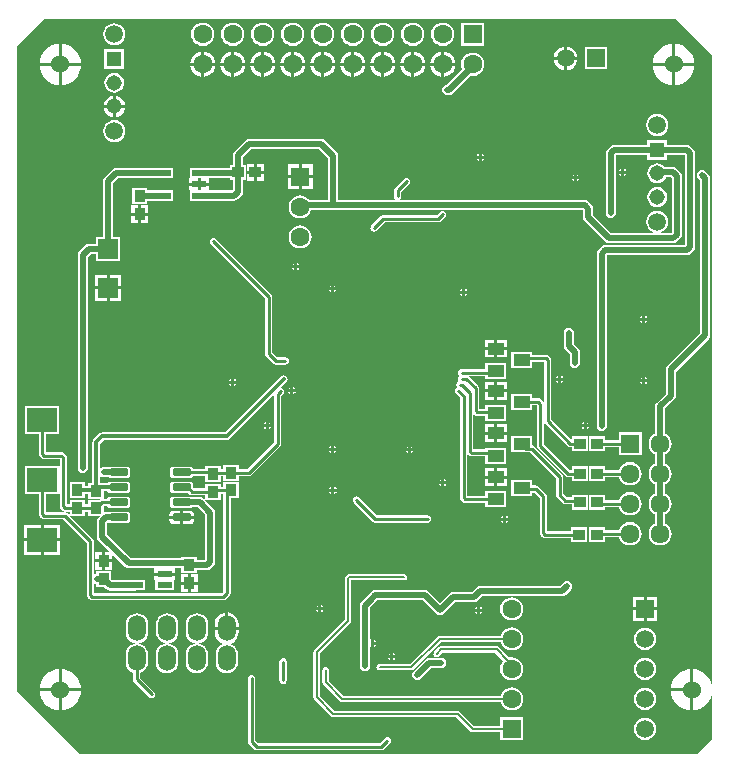
<source format=gbl>
G04*
G04 #@! TF.GenerationSoftware,Altium Limited,Altium Designer,20.2.5 (213)*
G04*
G04 Layer_Physical_Order=2*
G04 Layer_Color=16711680*
%FSLAX44Y44*%
%MOMM*%
G71*
G04*
G04 #@! TF.SameCoordinates,282DB418-F996-4F6C-BFF3-864D386B2F46*
G04*
G04*
G04 #@! TF.FilePolarity,Positive*
G04*
G01*
G75*
%ADD10C,0.2000*%
%ADD11C,0.3000*%
%ADD12C,0.2540*%
%ADD13C,0.5080*%
%ADD14C,0.1778*%
%ADD31R,0.9500X1.0000*%
%ADD32R,1.0000X0.9500*%
%ADD33R,1.7000X1.7000*%
%ADD38R,1.1811X0.5080*%
%ADD82O,1.5240X2.1844*%
%ADD83R,1.6000X1.6000*%
%ADD84C,1.6000*%
%ADD85R,1.6000X1.6000*%
%ADD86C,1.5240*%
%ADD87R,1.5200X1.5200*%
%ADD88C,1.5200*%
%ADD89R,1.3080X1.3080*%
%ADD90C,1.3080*%
%ADD91C,1.5000*%
%ADD92R,2.5000X2.0000*%
%ADD93O,1.6000X1.6100*%
%ADD94R,1.6000X1.6100*%
%ADD95R,1.5000X1.5000*%
%ADD96C,0.1500*%
%ADD97R,1.4000X1.0000*%
G04:AMPARAMS|DCode=98|XSize=1.58mm|YSize=0.6mm|CornerRadius=0.075mm|HoleSize=0mm|Usage=FLASHONLY|Rotation=180.000|XOffset=0mm|YOffset=0mm|HoleType=Round|Shape=RoundedRectangle|*
%AMROUNDEDRECTD98*
21,1,1.5800,0.4500,0,0,180.0*
21,1,1.4300,0.6000,0,0,180.0*
1,1,0.1500,-0.7150,0.2250*
1,1,0.1500,0.7150,0.2250*
1,1,0.1500,0.7150,-0.2250*
1,1,0.1500,-0.7150,-0.2250*
%
%ADD98ROUNDEDRECTD98*%
%ADD99R,1.2192X0.5080*%
G36*
X564222Y716622D02*
X592522Y688323D01*
Y154812D01*
X591593Y157875D01*
X589964Y160922D01*
X587773Y163593D01*
X585102Y165784D01*
X582055Y167413D01*
X578748Y168416D01*
X576580Y168630D01*
Y151130D01*
Y133630D01*
X578748Y133844D01*
X582055Y134847D01*
X585102Y136475D01*
X587773Y138667D01*
X589964Y141338D01*
X591593Y144385D01*
X592522Y147448D01*
Y109237D01*
X580373Y97088D01*
X57167D01*
X4378Y149877D01*
Y693420D01*
Y695943D01*
X27885Y719450D01*
X561395D01*
X564222Y716622D01*
D02*
G37*
%LPC*%
G36*
X86360Y715518D02*
X83938Y715199D01*
X81681Y714264D01*
X79743Y712777D01*
X78256Y710839D01*
X77321Y708582D01*
X77002Y706160D01*
X77321Y703738D01*
X78256Y701481D01*
X79743Y699543D01*
X81681Y698056D01*
X83938Y697121D01*
X86360Y696802D01*
X88782Y697121D01*
X91039Y698056D01*
X92977Y699543D01*
X94464Y701481D01*
X95399Y703738D01*
X95718Y706160D01*
X95399Y708582D01*
X94464Y710839D01*
X92977Y712777D01*
X91039Y714264D01*
X88782Y715199D01*
X86360Y715518D01*
D02*
G37*
G36*
X399668Y715898D02*
X380112D01*
Y696342D01*
X399668D01*
Y715898D01*
D02*
G37*
G36*
X364490Y715982D02*
X361937Y715646D01*
X359559Y714661D01*
X357516Y713094D01*
X355949Y711051D01*
X354964Y708673D01*
X354628Y706120D01*
X354964Y703567D01*
X355949Y701189D01*
X357516Y699146D01*
X359559Y697579D01*
X361937Y696594D01*
X364490Y696258D01*
X367043Y696594D01*
X369421Y697579D01*
X371464Y699146D01*
X373031Y701189D01*
X374016Y703567D01*
X374352Y706120D01*
X374016Y708673D01*
X373031Y711051D01*
X371464Y713094D01*
X369421Y714661D01*
X367043Y715646D01*
X364490Y715982D01*
D02*
G37*
G36*
X339090D02*
X336537Y715646D01*
X334159Y714661D01*
X332116Y713094D01*
X330549Y711051D01*
X329564Y708673D01*
X329228Y706120D01*
X329564Y703567D01*
X330549Y701189D01*
X332116Y699146D01*
X334159Y697579D01*
X336537Y696594D01*
X339090Y696258D01*
X341643Y696594D01*
X344021Y697579D01*
X346064Y699146D01*
X347631Y701189D01*
X348616Y703567D01*
X348952Y706120D01*
X348616Y708673D01*
X347631Y711051D01*
X346064Y713094D01*
X344021Y714661D01*
X341643Y715646D01*
X339090Y715982D01*
D02*
G37*
G36*
X313690D02*
X311137Y715646D01*
X308759Y714661D01*
X306716Y713094D01*
X305149Y711051D01*
X304164Y708673D01*
X303828Y706120D01*
X304164Y703567D01*
X305149Y701189D01*
X306716Y699146D01*
X308759Y697579D01*
X311137Y696594D01*
X313690Y696258D01*
X316243Y696594D01*
X318621Y697579D01*
X320664Y699146D01*
X322231Y701189D01*
X323216Y703567D01*
X323552Y706120D01*
X323216Y708673D01*
X322231Y711051D01*
X320664Y713094D01*
X318621Y714661D01*
X316243Y715646D01*
X313690Y715982D01*
D02*
G37*
G36*
X288290D02*
X285737Y715646D01*
X283359Y714661D01*
X281316Y713094D01*
X279749Y711051D01*
X278764Y708673D01*
X278428Y706120D01*
X278764Y703567D01*
X279749Y701189D01*
X281316Y699146D01*
X283359Y697579D01*
X285737Y696594D01*
X288290Y696258D01*
X290843Y696594D01*
X293221Y697579D01*
X295264Y699146D01*
X296831Y701189D01*
X297816Y703567D01*
X298152Y706120D01*
X297816Y708673D01*
X296831Y711051D01*
X295264Y713094D01*
X293221Y714661D01*
X290843Y715646D01*
X288290Y715982D01*
D02*
G37*
G36*
X262890D02*
X260337Y715646D01*
X257959Y714661D01*
X255916Y713094D01*
X254349Y711051D01*
X253364Y708673D01*
X253028Y706120D01*
X253364Y703567D01*
X254349Y701189D01*
X255916Y699146D01*
X257959Y697579D01*
X260337Y696594D01*
X262890Y696258D01*
X265443Y696594D01*
X267821Y697579D01*
X269864Y699146D01*
X271431Y701189D01*
X272416Y703567D01*
X272752Y706120D01*
X272416Y708673D01*
X271431Y711051D01*
X269864Y713094D01*
X267821Y714661D01*
X265443Y715646D01*
X262890Y715982D01*
D02*
G37*
G36*
X237490D02*
X234937Y715646D01*
X232559Y714661D01*
X230516Y713094D01*
X228949Y711051D01*
X227964Y708673D01*
X227628Y706120D01*
X227964Y703567D01*
X228949Y701189D01*
X230516Y699146D01*
X232559Y697579D01*
X234937Y696594D01*
X237490Y696258D01*
X240043Y696594D01*
X242421Y697579D01*
X244464Y699146D01*
X246031Y701189D01*
X247016Y703567D01*
X247352Y706120D01*
X247016Y708673D01*
X246031Y711051D01*
X244464Y713094D01*
X242421Y714661D01*
X240043Y715646D01*
X237490Y715982D01*
D02*
G37*
G36*
X212090D02*
X209537Y715646D01*
X207159Y714661D01*
X205116Y713094D01*
X203549Y711051D01*
X202564Y708673D01*
X202228Y706120D01*
X202564Y703567D01*
X203549Y701189D01*
X205116Y699146D01*
X207159Y697579D01*
X209537Y696594D01*
X212090Y696258D01*
X214643Y696594D01*
X217021Y697579D01*
X219064Y699146D01*
X220631Y701189D01*
X221616Y703567D01*
X221952Y706120D01*
X221616Y708673D01*
X220631Y711051D01*
X219064Y713094D01*
X217021Y714661D01*
X214643Y715646D01*
X212090Y715982D01*
D02*
G37*
G36*
X186690D02*
X184137Y715646D01*
X181759Y714661D01*
X179716Y713094D01*
X178149Y711051D01*
X177164Y708673D01*
X176828Y706120D01*
X177164Y703567D01*
X178149Y701189D01*
X179716Y699146D01*
X181759Y697579D01*
X184137Y696594D01*
X186690Y696258D01*
X189243Y696594D01*
X191621Y697579D01*
X193664Y699146D01*
X195231Y701189D01*
X196216Y703567D01*
X196552Y706120D01*
X196216Y708673D01*
X195231Y711051D01*
X193664Y713094D01*
X191621Y714661D01*
X189243Y715646D01*
X186690Y715982D01*
D02*
G37*
G36*
X161290D02*
X158737Y715646D01*
X156359Y714661D01*
X154316Y713094D01*
X152749Y711051D01*
X151764Y708673D01*
X151428Y706120D01*
X151764Y703567D01*
X152749Y701189D01*
X154316Y699146D01*
X156359Y697579D01*
X158737Y696594D01*
X161290Y696258D01*
X163843Y696594D01*
X166221Y697579D01*
X168264Y699146D01*
X169831Y701189D01*
X170816Y703567D01*
X171152Y706120D01*
X170816Y708673D01*
X169831Y711051D01*
X168264Y713094D01*
X166221Y714661D01*
X163843Y715646D01*
X161290Y715982D01*
D02*
G37*
G36*
X469900Y695759D02*
Y687070D01*
X478589D01*
X478412Y688421D01*
X477400Y690863D01*
X475791Y692961D01*
X473693Y694570D01*
X471251Y695582D01*
X469900Y695759D01*
D02*
G37*
G36*
X467360D02*
X466009Y695582D01*
X463567Y694570D01*
X461469Y692961D01*
X459860Y690863D01*
X458848Y688421D01*
X458671Y687070D01*
X467360D01*
Y695759D01*
D02*
G37*
G36*
X365760Y691184D02*
Y681990D01*
X374954D01*
X374759Y683472D01*
X373697Y686036D01*
X372007Y688237D01*
X369805Y689927D01*
X367242Y690989D01*
X365760Y691184D01*
D02*
G37*
G36*
X238760D02*
Y681990D01*
X247954D01*
X247759Y683472D01*
X246697Y686036D01*
X245007Y688237D01*
X242806Y689927D01*
X240242Y690989D01*
X238760Y691184D01*
D02*
G37*
G36*
X162560D02*
Y681990D01*
X171754D01*
X171559Y683472D01*
X170497Y686036D01*
X168807Y688237D01*
X166605Y689927D01*
X164042Y690989D01*
X162560Y691184D01*
D02*
G37*
G36*
X314960D02*
Y681990D01*
X324154D01*
X323959Y683472D01*
X322897Y686036D01*
X321207Y688237D01*
X319006Y689927D01*
X316441Y690989D01*
X314960Y691184D01*
D02*
G37*
G36*
X289560D02*
Y681990D01*
X298754D01*
X298559Y683472D01*
X297497Y686036D01*
X295807Y688237D01*
X293605Y689927D01*
X291042Y690989D01*
X289560Y691184D01*
D02*
G37*
G36*
X213360D02*
Y681990D01*
X222554D01*
X222359Y683472D01*
X221297Y686036D01*
X219607Y688237D01*
X217405Y689927D01*
X214841Y690989D01*
X213360Y691184D01*
D02*
G37*
G36*
X187960D02*
Y681990D01*
X197154D01*
X196959Y683472D01*
X195897Y686036D01*
X194207Y688237D01*
X192006Y689927D01*
X189442Y690989D01*
X187960Y691184D01*
D02*
G37*
G36*
X340360D02*
Y681990D01*
X349554D01*
X349359Y683472D01*
X348297Y686036D01*
X346607Y688237D01*
X344406Y689927D01*
X341842Y690989D01*
X340360Y691184D01*
D02*
G37*
G36*
X264160D02*
Y681990D01*
X273354D01*
X273159Y683472D01*
X272097Y686036D01*
X270407Y688237D01*
X268206Y689927D01*
X265641Y690989D01*
X264160Y691184D01*
D02*
G37*
G36*
X561340Y698220D02*
Y681990D01*
X577570D01*
X577356Y684158D01*
X576353Y687465D01*
X574725Y690512D01*
X572533Y693183D01*
X569862Y695375D01*
X566815Y697003D01*
X563508Y698006D01*
X561340Y698220D01*
D02*
G37*
G36*
X558800D02*
X556632Y698006D01*
X553325Y697003D01*
X550278Y695375D01*
X547607Y693183D01*
X545415Y690512D01*
X543787Y687465D01*
X542784Y684158D01*
X542570Y681990D01*
X558800D01*
Y698220D01*
D02*
G37*
G36*
X41910D02*
Y681990D01*
X58140D01*
X57926Y684158D01*
X56923Y687465D01*
X55294Y690512D01*
X53103Y693183D01*
X50432Y695375D01*
X47385Y697003D01*
X44078Y698006D01*
X41910Y698220D01*
D02*
G37*
G36*
X39370D02*
X37202Y698006D01*
X33895Y697003D01*
X30848Y695375D01*
X28177Y693183D01*
X25986Y690512D01*
X24357Y687465D01*
X23354Y684158D01*
X23140Y681990D01*
X39370D01*
Y698220D01*
D02*
G37*
G36*
X363220Y691184D02*
X361739Y690989D01*
X359174Y689927D01*
X356973Y688237D01*
X355283Y686036D01*
X354221Y683472D01*
X354026Y681990D01*
X363220D01*
Y691184D01*
D02*
G37*
G36*
X236220D02*
X234739Y690989D01*
X232174Y689927D01*
X229973Y688237D01*
X228283Y686036D01*
X227221Y683472D01*
X227026Y681990D01*
X236220D01*
Y691184D01*
D02*
G37*
G36*
X160020D02*
X158539Y690989D01*
X155975Y689927D01*
X153773Y688237D01*
X152083Y686036D01*
X151021Y683472D01*
X150826Y681990D01*
X160020D01*
Y691184D01*
D02*
G37*
G36*
X337820D02*
X336339Y690989D01*
X333774Y689927D01*
X331573Y688237D01*
X329883Y686036D01*
X328821Y683472D01*
X328626Y681990D01*
X337820D01*
Y691184D01*
D02*
G37*
G36*
X312420D02*
X310938Y690989D01*
X308375Y689927D01*
X306173Y688237D01*
X304483Y686036D01*
X303421Y683472D01*
X303226Y681990D01*
X312420D01*
Y691184D01*
D02*
G37*
G36*
X287020D02*
X285539Y690989D01*
X282974Y689927D01*
X280773Y688237D01*
X279083Y686036D01*
X278021Y683472D01*
X277826Y681990D01*
X287020D01*
Y691184D01*
D02*
G37*
G36*
X210820D02*
X209338Y690989D01*
X206775Y689927D01*
X204573Y688237D01*
X202883Y686036D01*
X201821Y683472D01*
X201626Y681990D01*
X210820D01*
Y691184D01*
D02*
G37*
G36*
X185420D02*
X183939Y690989D01*
X181374Y689927D01*
X179173Y688237D01*
X177483Y686036D01*
X176421Y683472D01*
X176226Y681990D01*
X185420D01*
Y691184D01*
D02*
G37*
G36*
X261620D02*
X260138Y690989D01*
X257575Y689927D01*
X255373Y688237D01*
X253683Y686036D01*
X252621Y683472D01*
X252426Y681990D01*
X261620D01*
Y691184D01*
D02*
G37*
G36*
X339090Y680720D02*
D01*
D01*
D01*
D02*
G37*
G36*
X94678Y693478D02*
X78042D01*
Y676842D01*
X94678D01*
Y693478D01*
D02*
G37*
G36*
X503308Y695078D02*
X484752D01*
Y676522D01*
X503308D01*
Y695078D01*
D02*
G37*
G36*
X478589Y684530D02*
X469900D01*
Y675841D01*
X471251Y676018D01*
X473693Y677030D01*
X475791Y678639D01*
X477400Y680737D01*
X478412Y683179D01*
X478589Y684530D01*
D02*
G37*
G36*
X467360D02*
X458671D01*
X458848Y683179D01*
X459860Y680737D01*
X461469Y678639D01*
X463567Y677030D01*
X466009Y676018D01*
X467360Y675841D01*
Y684530D01*
D02*
G37*
G36*
X389890Y690582D02*
X387337Y690246D01*
X384959Y689261D01*
X382916Y687694D01*
X381349Y685651D01*
X380364Y683273D01*
X380028Y680720D01*
X380364Y678167D01*
X381101Y676387D01*
X368233Y663519D01*
X366615Y663197D01*
X365187Y662243D01*
X364232Y660815D01*
X363897Y659130D01*
X364232Y657445D01*
X365187Y656017D01*
X366615Y655062D01*
X368300Y654727D01*
X370070D01*
X371755Y655062D01*
X373183Y656017D01*
X388241Y671075D01*
X389890Y670858D01*
X392443Y671194D01*
X394821Y672179D01*
X396864Y673746D01*
X398431Y675789D01*
X399416Y678167D01*
X399752Y680720D01*
X399416Y683273D01*
X398431Y685651D01*
X396864Y687694D01*
X394821Y689261D01*
X392443Y690246D01*
X389890Y690582D01*
D02*
G37*
G36*
X374954Y679450D02*
X365760D01*
Y670256D01*
X367242Y670451D01*
X369805Y671513D01*
X372007Y673203D01*
X373697Y675405D01*
X374759Y677969D01*
X374954Y679450D01*
D02*
G37*
G36*
X349554D02*
X340360D01*
Y670256D01*
X341842Y670451D01*
X344406Y671513D01*
X346607Y673203D01*
X348297Y675405D01*
X349359Y677969D01*
X349554Y679450D01*
D02*
G37*
G36*
X324154D02*
X314960D01*
Y670256D01*
X316441Y670451D01*
X319006Y671513D01*
X321207Y673203D01*
X322897Y675405D01*
X323959Y677969D01*
X324154Y679450D01*
D02*
G37*
G36*
X298754D02*
X289560D01*
Y670256D01*
X291042Y670451D01*
X293605Y671513D01*
X295807Y673203D01*
X297497Y675405D01*
X298559Y677969D01*
X298754Y679450D01*
D02*
G37*
G36*
X273354D02*
X264160D01*
Y670256D01*
X265641Y670451D01*
X268206Y671513D01*
X270407Y673203D01*
X272097Y675405D01*
X273159Y677969D01*
X273354Y679450D01*
D02*
G37*
G36*
X247954D02*
X238760D01*
Y670256D01*
X240242Y670451D01*
X242806Y671513D01*
X245007Y673203D01*
X246697Y675405D01*
X247759Y677969D01*
X247954Y679450D01*
D02*
G37*
G36*
X222554D02*
X213360D01*
Y670256D01*
X214841Y670451D01*
X217405Y671513D01*
X219607Y673203D01*
X221297Y675405D01*
X222359Y677969D01*
X222554Y679450D01*
D02*
G37*
G36*
X197154D02*
X187960D01*
Y670256D01*
X189442Y670451D01*
X192006Y671513D01*
X194207Y673203D01*
X195897Y675405D01*
X196959Y677969D01*
X197154Y679450D01*
D02*
G37*
G36*
X171754D02*
X162560D01*
Y670256D01*
X164042Y670451D01*
X166605Y671513D01*
X168807Y673203D01*
X170497Y675405D01*
X171559Y677969D01*
X171754Y679450D01*
D02*
G37*
G36*
X363220D02*
X354026D01*
X354221Y677969D01*
X355283Y675405D01*
X356973Y673203D01*
X359174Y671513D01*
X361739Y670451D01*
X363220Y670256D01*
Y679450D01*
D02*
G37*
G36*
X337820D02*
X328626D01*
X328821Y677969D01*
X329883Y675405D01*
X331573Y673203D01*
X333774Y671513D01*
X336339Y670451D01*
X337820Y670256D01*
Y679450D01*
D02*
G37*
G36*
X312420D02*
X303226D01*
X303421Y677969D01*
X304483Y675405D01*
X306173Y673203D01*
X308375Y671513D01*
X310938Y670451D01*
X312420Y670256D01*
Y679450D01*
D02*
G37*
G36*
X287020D02*
X277826D01*
X278021Y677969D01*
X279083Y675405D01*
X280773Y673203D01*
X282974Y671513D01*
X285539Y670451D01*
X287020Y670256D01*
Y679450D01*
D02*
G37*
G36*
X261620D02*
X252426D01*
X252621Y677969D01*
X253683Y675405D01*
X255373Y673203D01*
X257575Y671513D01*
X260138Y670451D01*
X261620Y670256D01*
Y679450D01*
D02*
G37*
G36*
X236220D02*
X227026D01*
X227221Y677969D01*
X228283Y675405D01*
X229973Y673203D01*
X232174Y671513D01*
X234739Y670451D01*
X236220Y670256D01*
Y679450D01*
D02*
G37*
G36*
X210820D02*
X201626D01*
X201821Y677969D01*
X202883Y675405D01*
X204573Y673203D01*
X206775Y671513D01*
X209338Y670451D01*
X210820Y670256D01*
Y679450D01*
D02*
G37*
G36*
X185420D02*
X176226D01*
X176421Y677969D01*
X177483Y675405D01*
X179173Y673203D01*
X181374Y671513D01*
X183939Y670451D01*
X185420Y670256D01*
Y679450D01*
D02*
G37*
G36*
X160020D02*
X150826D01*
X151021Y677969D01*
X152083Y675405D01*
X153773Y673203D01*
X155975Y671513D01*
X158539Y670451D01*
X160020Y670256D01*
Y679450D01*
D02*
G37*
G36*
X577570D02*
X561340D01*
Y663220D01*
X563508Y663434D01*
X566815Y664437D01*
X569862Y666066D01*
X572533Y668257D01*
X574725Y670928D01*
X576353Y673975D01*
X577356Y677282D01*
X577570Y679450D01*
D02*
G37*
G36*
X558800D02*
X542570D01*
X542784Y677282D01*
X543787Y673975D01*
X545415Y670928D01*
X547607Y668257D01*
X550278Y666066D01*
X553325Y664437D01*
X556632Y663434D01*
X558800Y663220D01*
Y679450D01*
D02*
G37*
G36*
X58140D02*
X41910D01*
Y663220D01*
X44078Y663434D01*
X47385Y664437D01*
X50432Y666066D01*
X53103Y668257D01*
X55294Y670928D01*
X56923Y673975D01*
X57926Y677282D01*
X58140Y679450D01*
D02*
G37*
G36*
X39370D02*
X23140D01*
X23354Y677282D01*
X24357Y673975D01*
X25986Y670928D01*
X28177Y668257D01*
X30848Y666066D01*
X33895Y664437D01*
X37202Y663434D01*
X39370Y663220D01*
Y679450D01*
D02*
G37*
G36*
X86360Y673550D02*
X84189Y673264D01*
X82165Y672426D01*
X80428Y671093D01*
X79094Y669355D01*
X78256Y667331D01*
X77970Y665160D01*
X78256Y662989D01*
X79094Y660965D01*
X80428Y659228D01*
X82165Y657894D01*
X84189Y657056D01*
X86360Y656770D01*
X88531Y657056D01*
X90555Y657894D01*
X92292Y659228D01*
X93626Y660965D01*
X94464Y662989D01*
X94750Y665160D01*
X94464Y667331D01*
X93626Y669355D01*
X92292Y671093D01*
X90555Y672426D01*
X88531Y673264D01*
X86360Y673550D01*
D02*
G37*
G36*
X87630Y654151D02*
Y646430D01*
X95351D01*
X95206Y647530D01*
X94291Y649739D01*
X92836Y651636D01*
X90939Y653091D01*
X88730Y654006D01*
X87630Y654151D01*
D02*
G37*
G36*
X85090D02*
X83990Y654006D01*
X81781Y653091D01*
X79884Y651636D01*
X78429Y649739D01*
X77514Y647530D01*
X77369Y646430D01*
X85090D01*
Y654151D01*
D02*
G37*
G36*
X95351Y643890D02*
X87630D01*
Y636169D01*
X88730Y636314D01*
X90939Y637229D01*
X92836Y638684D01*
X94291Y640581D01*
X95206Y642790D01*
X95351Y643890D01*
D02*
G37*
G36*
X85090D02*
X77369D01*
X77514Y642790D01*
X78429Y640581D01*
X79884Y638684D01*
X81781Y637229D01*
X83990Y636314D01*
X85090Y636169D01*
Y643890D01*
D02*
G37*
G36*
X546100Y638688D02*
X543678Y638369D01*
X541421Y637434D01*
X539483Y635947D01*
X537996Y634009D01*
X537061Y631752D01*
X536742Y629330D01*
X537061Y626908D01*
X537996Y624651D01*
X539483Y622713D01*
X541421Y621226D01*
X543678Y620291D01*
X546100Y619972D01*
X548522Y620291D01*
X550779Y621226D01*
X552717Y622713D01*
X554204Y624651D01*
X555139Y626908D01*
X555458Y629330D01*
X555139Y631752D01*
X554204Y634009D01*
X552717Y635947D01*
X550779Y637434D01*
X548522Y638369D01*
X546100Y638688D01*
D02*
G37*
G36*
X86360Y633518D02*
X83938Y633199D01*
X81681Y632264D01*
X79743Y630777D01*
X78256Y628839D01*
X77321Y626582D01*
X77002Y624160D01*
X77321Y621738D01*
X78256Y619481D01*
X79743Y617543D01*
X81681Y616056D01*
X83938Y615121D01*
X86360Y614802D01*
X88782Y615121D01*
X91039Y616056D01*
X92977Y617543D01*
X94464Y619481D01*
X95399Y621738D01*
X95718Y624160D01*
X95399Y626582D01*
X94464Y628839D01*
X92977Y630777D01*
X91039Y632264D01*
X88782Y633199D01*
X86360Y633518D01*
D02*
G37*
G36*
X397510Y605082D02*
Y603250D01*
X399342D01*
X399339Y603264D01*
X398612Y604352D01*
X397524Y605079D01*
X397510Y605082D01*
D02*
G37*
G36*
X394970D02*
X394956Y605079D01*
X393868Y604352D01*
X393141Y603264D01*
X393138Y603250D01*
X394970D01*
Y605082D01*
D02*
G37*
G36*
X399342Y600710D02*
X397510D01*
Y598878D01*
X397524Y598881D01*
X398612Y599608D01*
X399339Y600696D01*
X399342Y600710D01*
D02*
G37*
G36*
X394970D02*
X393138D01*
X393141Y600696D01*
X393868Y599608D01*
X394956Y598881D01*
X394970Y598878D01*
Y600710D01*
D02*
G37*
G36*
X518160Y592382D02*
Y590550D01*
X519992D01*
X519989Y590564D01*
X519262Y591652D01*
X518174Y592379D01*
X518160Y592382D01*
D02*
G37*
G36*
X515620D02*
X515606Y592379D01*
X514518Y591652D01*
X513791Y590564D01*
X513788Y590550D01*
X515620D01*
Y592382D01*
D02*
G37*
G36*
X213501Y596437D02*
X207231D01*
Y590417D01*
X213501D01*
Y596437D01*
D02*
G37*
G36*
X204691D02*
X198421D01*
Y590417D01*
X204691D01*
Y596437D01*
D02*
G37*
G36*
X254380Y596010D02*
X245110D01*
Y586740D01*
X254380D01*
Y596010D01*
D02*
G37*
G36*
X242570D02*
X233300D01*
Y586740D01*
X242570D01*
Y596010D01*
D02*
G37*
G36*
X519992Y588010D02*
X518160D01*
Y586178D01*
X518174Y586181D01*
X519262Y586908D01*
X519989Y587996D01*
X519992Y588010D01*
D02*
G37*
G36*
X515620D02*
X513788D01*
X513791Y587996D01*
X514518Y586908D01*
X515606Y586181D01*
X515620Y586178D01*
Y588010D01*
D02*
G37*
G36*
X478130Y587912D02*
Y586080D01*
X479962D01*
X479959Y586094D01*
X479232Y587182D01*
X478144Y587909D01*
X478130Y587912D01*
D02*
G37*
G36*
X475590D02*
X475576Y587909D01*
X474488Y587182D01*
X473761Y586094D01*
X473758Y586080D01*
X475590D01*
Y587912D01*
D02*
G37*
G36*
X213501Y587877D02*
X207231D01*
Y581857D01*
X213501D01*
Y587877D01*
D02*
G37*
G36*
X204691D02*
X198421D01*
Y581857D01*
X204691D01*
Y587877D01*
D02*
G37*
G36*
X479962Y583540D02*
X478130D01*
Y581708D01*
X478144Y581711D01*
X479232Y582438D01*
X479959Y583526D01*
X479962Y583540D01*
D02*
G37*
G36*
X475590D02*
X473758D01*
X473761Y583526D01*
X474488Y582438D01*
X475576Y581711D01*
X475590Y581708D01*
Y583540D01*
D02*
G37*
G36*
X166624Y584200D02*
X159448D01*
Y580390D01*
X166624D01*
Y584200D01*
D02*
G37*
G36*
X156909D02*
X149733D01*
Y580390D01*
X156909D01*
Y584200D01*
D02*
G37*
G36*
X254380D02*
X245110D01*
Y574930D01*
X254380D01*
Y584200D01*
D02*
G37*
G36*
X242570D02*
X233300D01*
Y574930D01*
X242570D01*
Y584200D01*
D02*
G37*
G36*
X166624Y577850D02*
X159448D01*
Y574040D01*
X166624D01*
Y577850D01*
D02*
G37*
G36*
X156909D02*
X149733D01*
Y574040D01*
X156909D01*
Y577850D01*
D02*
G37*
G36*
X334010Y584768D02*
X332821Y584531D01*
X331813Y583857D01*
X324193Y576237D01*
X323519Y575229D01*
X323282Y574040D01*
Y568960D01*
X323519Y567771D01*
X324193Y566763D01*
X325201Y566089D01*
X326390Y565852D01*
X327579Y566089D01*
X328587Y566763D01*
X329261Y567771D01*
X329498Y568960D01*
Y572753D01*
X336208Y579463D01*
X336881Y580471D01*
X337118Y581660D01*
X336881Y582849D01*
X336208Y583857D01*
X335199Y584531D01*
X334010Y584768D01*
D02*
G37*
G36*
X261620Y617813D02*
X200660D01*
X198975Y617477D01*
X197547Y616523D01*
X187847Y606824D01*
X186893Y605395D01*
X186558Y603711D01*
Y595675D01*
X184183D01*
Y593023D01*
X158179D01*
X157753Y592938D01*
X150495D01*
Y584302D01*
X157753D01*
X158179Y584217D01*
X184183D01*
Y582619D01*
X186558D01*
Y574419D01*
X186161Y574023D01*
X158179D01*
X157753Y573938D01*
X150495D01*
Y565302D01*
X157753D01*
X158179Y565217D01*
X187985D01*
X189669Y565552D01*
X191098Y566507D01*
X194074Y569483D01*
X195028Y570911D01*
X195363Y572596D01*
Y582619D01*
X197738D01*
Y595675D01*
X195363D01*
Y601887D01*
X202484Y609007D01*
X259796D01*
X267377Y601426D01*
Y565743D01*
X251812D01*
X250814Y567044D01*
X248771Y568611D01*
X246393Y569596D01*
X243840Y569932D01*
X241287Y569596D01*
X238909Y568611D01*
X236866Y567044D01*
X235299Y565001D01*
X234314Y562623D01*
X233978Y560070D01*
X234314Y557517D01*
X235299Y555139D01*
X236866Y553096D01*
X238909Y551529D01*
X241287Y550544D01*
X243840Y550208D01*
X246393Y550544D01*
X248771Y551529D01*
X250814Y553096D01*
X252381Y555139D01*
X253126Y556937D01*
X482881D01*
X483277Y556541D01*
Y551180D01*
X483613Y549495D01*
X484567Y548067D01*
X502347Y530287D01*
X502347Y530287D01*
X503775Y529333D01*
X505460Y528997D01*
X559634D01*
X561319Y529333D01*
X562747Y530287D01*
X565723Y533263D01*
X566678Y534691D01*
X567013Y536376D01*
Y586304D01*
X566678Y587989D01*
X565723Y589417D01*
X562747Y592393D01*
X561319Y593348D01*
X559634Y593683D01*
X552477D01*
X552033Y594263D01*
X550295Y595596D01*
X548271Y596434D01*
X546100Y596720D01*
X543929Y596434D01*
X541905Y595596D01*
X540168Y594263D01*
X538834Y592525D01*
X537996Y590501D01*
X537710Y588330D01*
X537996Y586159D01*
X538834Y584135D01*
X540168Y582397D01*
X541905Y581064D01*
X543929Y580226D01*
X546100Y579940D01*
X548271Y580226D01*
X550295Y581064D01*
X552033Y582397D01*
X553366Y584135D01*
X553673Y584877D01*
X557811D01*
X558207Y584481D01*
Y538199D01*
X557811Y537803D01*
X507284D01*
X492083Y553004D01*
Y558364D01*
X491748Y560049D01*
X490793Y561477D01*
X487817Y564453D01*
X486389Y565407D01*
X484704Y565743D01*
X276183D01*
Y603250D01*
X275847Y604935D01*
X274893Y606363D01*
X264733Y616523D01*
X263305Y617477D01*
X261620Y617813D01*
D02*
G37*
G36*
X114478Y575738D02*
X101422D01*
Y562182D01*
X114478D01*
Y565217D01*
X128841D01*
X129267Y565302D01*
X136525D01*
Y573938D01*
X129267D01*
X128841Y574023D01*
X114478D01*
Y575738D01*
D02*
G37*
G36*
X546100Y576720D02*
X543929Y576434D01*
X541905Y575596D01*
X540168Y574263D01*
X538834Y572525D01*
X537996Y570501D01*
X537710Y568330D01*
X537996Y566159D01*
X538834Y564135D01*
X540168Y562397D01*
X541905Y561064D01*
X543929Y560226D01*
X546100Y559940D01*
X548271Y560226D01*
X550295Y561064D01*
X552033Y562397D01*
X553366Y564135D01*
X554204Y566159D01*
X554490Y568330D01*
X554204Y570501D01*
X553366Y572525D01*
X552033Y574263D01*
X550295Y575596D01*
X548271Y576434D01*
X546100Y576720D01*
D02*
G37*
G36*
X115240Y561500D02*
X109220D01*
Y555230D01*
X115240D01*
Y561500D01*
D02*
G37*
G36*
X106680D02*
X100660D01*
Y555230D01*
X106680D01*
Y561500D01*
D02*
G37*
G36*
X115240Y552690D02*
X109220D01*
Y546420D01*
X115240D01*
Y552690D01*
D02*
G37*
G36*
X106680D02*
X100660D01*
Y546420D01*
X106680D01*
Y552690D01*
D02*
G37*
G36*
X364490Y556828D02*
X363301Y556591D01*
X362293Y555918D01*
X359393Y553018D01*
X314170D01*
X312981Y552781D01*
X311973Y552108D01*
X304112Y544248D01*
X303439Y543239D01*
X303202Y542050D01*
X303439Y540861D01*
X304112Y539852D01*
X305121Y539179D01*
X306310Y538942D01*
X307499Y539179D01*
X308507Y539852D01*
X315457Y546802D01*
X360680D01*
X361869Y547039D01*
X362878Y547713D01*
X366688Y551522D01*
X367361Y552531D01*
X367598Y553720D01*
X367361Y554909D01*
X366688Y555918D01*
X365679Y556591D01*
X364490Y556828D01*
D02*
G37*
G36*
X546100Y556688D02*
X543678Y556369D01*
X541421Y555434D01*
X539483Y553947D01*
X537996Y552009D01*
X537061Y549752D01*
X536742Y547330D01*
X537061Y544908D01*
X537996Y542651D01*
X539483Y540713D01*
X541421Y539226D01*
X543678Y538291D01*
X546100Y537972D01*
X548522Y538291D01*
X550779Y539226D01*
X552717Y540713D01*
X554204Y542651D01*
X555139Y544908D01*
X555458Y547330D01*
X555139Y549752D01*
X554204Y552009D01*
X552717Y553947D01*
X550779Y555434D01*
X548522Y556369D01*
X546100Y556688D01*
D02*
G37*
G36*
X128841Y593023D02*
X88240D01*
X86555Y592687D01*
X85127Y591733D01*
X78167Y584773D01*
X77213Y583345D01*
X76877Y581660D01*
Y534778D01*
X71002D01*
Y528903D01*
X64760D01*
X64760Y528903D01*
X63075Y528568D01*
X62601Y528251D01*
X61647Y527613D01*
X61647Y527613D01*
X56577Y522543D01*
X55623Y521115D01*
X55287Y519430D01*
Y339090D01*
X55623Y337405D01*
X56577Y335977D01*
X58005Y335023D01*
X59690Y334687D01*
X61375Y335023D01*
X62803Y335977D01*
X63758Y337405D01*
X64093Y339090D01*
Y517606D01*
X66584Y520097D01*
X71002D01*
Y514222D01*
X91558D01*
Y534778D01*
X85683D01*
Y579836D01*
X90064Y584217D01*
X128841D01*
X129267Y584302D01*
X136525D01*
Y592938D01*
X129267D01*
X128841Y593023D01*
D02*
G37*
G36*
X243840Y544532D02*
X241287Y544196D01*
X238909Y543211D01*
X236866Y541644D01*
X235299Y539601D01*
X234314Y537223D01*
X233978Y534670D01*
X234314Y532117D01*
X235299Y529739D01*
X236866Y527696D01*
X238909Y526129D01*
X241287Y525144D01*
X243840Y524808D01*
X246393Y525144D01*
X248771Y526129D01*
X250814Y527696D01*
X252381Y529739D01*
X253366Y532117D01*
X253702Y534670D01*
X253366Y537223D01*
X252381Y539601D01*
X250814Y541644D01*
X248771Y543211D01*
X246393Y544196D01*
X243840Y544532D01*
D02*
G37*
G36*
X241300Y512372D02*
Y510540D01*
X243132D01*
X243129Y510554D01*
X242402Y511642D01*
X241314Y512369D01*
X241300Y512372D01*
D02*
G37*
G36*
X238760D02*
X238746Y512369D01*
X237658Y511642D01*
X236931Y510554D01*
X236928Y510540D01*
X238760D01*
Y512372D01*
D02*
G37*
G36*
X243132Y508000D02*
X241300D01*
Y506168D01*
X241314Y506171D01*
X242402Y506898D01*
X243129Y507986D01*
X243132Y508000D01*
D02*
G37*
G36*
X238760D02*
X236928D01*
X236931Y507986D01*
X237658Y506898D01*
X238746Y506171D01*
X238760Y506168D01*
Y508000D01*
D02*
G37*
G36*
X92320Y502540D02*
X82550D01*
Y492770D01*
X92320D01*
Y502540D01*
D02*
G37*
G36*
X80010D02*
X70240D01*
Y492770D01*
X80010D01*
Y502540D01*
D02*
G37*
G36*
X272580Y493792D02*
Y491960D01*
X274412D01*
X274409Y491974D01*
X273682Y493062D01*
X272594Y493789D01*
X272580Y493792D01*
D02*
G37*
G36*
X270040D02*
X270026Y493789D01*
X268938Y493062D01*
X268211Y491974D01*
X268208Y491960D01*
X270040D01*
Y493792D01*
D02*
G37*
G36*
X383540Y490782D02*
Y488950D01*
X385372D01*
X385369Y488964D01*
X384642Y490052D01*
X383554Y490779D01*
X383540Y490782D01*
D02*
G37*
G36*
X381000D02*
X380986Y490779D01*
X379898Y490052D01*
X379171Y488964D01*
X379168Y488950D01*
X381000D01*
Y490782D01*
D02*
G37*
G36*
X274412Y489420D02*
X272580D01*
Y487588D01*
X272594Y487591D01*
X273682Y488318D01*
X274409Y489406D01*
X274412Y489420D01*
D02*
G37*
G36*
X270040D02*
X268208D01*
X268211Y489406D01*
X268938Y488318D01*
X270026Y487591D01*
X270040Y487588D01*
Y489420D01*
D02*
G37*
G36*
X385372Y486410D02*
X383540D01*
Y484578D01*
X383554Y484581D01*
X384642Y485308D01*
X385369Y486396D01*
X385372Y486410D01*
D02*
G37*
G36*
X381000D02*
X379168D01*
X379171Y486396D01*
X379898Y485308D01*
X380986Y484581D01*
X381000Y484578D01*
Y486410D01*
D02*
G37*
G36*
X92320Y490230D02*
X82550D01*
Y480460D01*
X92320D01*
Y490230D01*
D02*
G37*
G36*
X80010D02*
X70240D01*
Y480460D01*
X80010D01*
Y490230D01*
D02*
G37*
G36*
X535940Y467922D02*
Y466090D01*
X537772D01*
X537769Y466104D01*
X537042Y467192D01*
X535954Y467919D01*
X535940Y467922D01*
D02*
G37*
G36*
X533400D02*
X533386Y467919D01*
X532298Y467192D01*
X531571Y466104D01*
X531568Y466090D01*
X533400D01*
Y467922D01*
D02*
G37*
G36*
X537772Y463550D02*
X535940D01*
Y461718D01*
X535954Y461721D01*
X537042Y462448D01*
X537769Y463536D01*
X537772Y463550D01*
D02*
G37*
G36*
X533400D02*
X531568D01*
X531571Y463536D01*
X532298Y462448D01*
X533386Y461721D01*
X533400Y461718D01*
Y463550D01*
D02*
G37*
G36*
X419005Y447570D02*
X410735D01*
Y441300D01*
X419005D01*
Y447570D01*
D02*
G37*
G36*
X408195D02*
X399925D01*
Y441300D01*
X408195D01*
Y447570D01*
D02*
G37*
G36*
X419005Y438760D02*
X410735D01*
Y432490D01*
X419005D01*
Y438760D01*
D02*
G37*
G36*
X408195D02*
X399925D01*
Y432490D01*
X408195D01*
Y438760D01*
D02*
G37*
G36*
X170180Y533968D02*
X168991Y533731D01*
X167983Y533058D01*
X167309Y532049D01*
X167072Y530860D01*
X167309Y529671D01*
X167983Y528662D01*
X214062Y482583D01*
Y435610D01*
X214299Y434421D01*
X214972Y433413D01*
X221092Y427293D01*
X222101Y426619D01*
X223290Y426382D01*
X231370D01*
X232559Y426619D01*
X233568Y427293D01*
X234241Y428301D01*
X234478Y429490D01*
X234241Y430679D01*
X233568Y431688D01*
X232559Y432361D01*
X231370Y432598D01*
X224577D01*
X220278Y436897D01*
Y483870D01*
X220041Y485059D01*
X219368Y486068D01*
X172377Y533058D01*
X171369Y533731D01*
X170180Y533968D01*
D02*
G37*
G36*
X471170Y457793D02*
X469485Y457458D01*
X468057Y456503D01*
X467103Y455075D01*
X466767Y453390D01*
Y441960D01*
X467103Y440275D01*
X468057Y438847D01*
X471847Y435056D01*
Y427990D01*
X472183Y426305D01*
X473137Y424877D01*
X474565Y423923D01*
X476250Y423587D01*
X477935Y423923D01*
X479363Y424877D01*
X480317Y426305D01*
X480653Y427990D01*
Y436880D01*
X480317Y438565D01*
X479363Y439993D01*
X475573Y443784D01*
Y453390D01*
X475238Y455075D01*
X474283Y456503D01*
X472855Y457458D01*
X471170Y457793D01*
D02*
G37*
G36*
X464820Y417122D02*
Y415290D01*
X466652D01*
X466649Y415304D01*
X465922Y416392D01*
X464834Y417119D01*
X464820Y417122D01*
D02*
G37*
G36*
X462280D02*
X462266Y417119D01*
X461178Y416392D01*
X460451Y415304D01*
X460448Y415290D01*
X462280D01*
Y417122D01*
D02*
G37*
G36*
X418243Y427808D02*
X400687D01*
Y422598D01*
X380610D01*
X379421Y422361D01*
X378413Y421688D01*
X377739Y420679D01*
X377502Y419490D01*
X377739Y418301D01*
X378413Y417293D01*
X378825Y417017D01*
X378332Y416688D01*
X377659Y415679D01*
X377422Y414490D01*
X377659Y413301D01*
X378252Y412413D01*
X377991Y412361D01*
X376982Y411688D01*
X376309Y410679D01*
X376072Y409490D01*
X376309Y408301D01*
X376901Y407415D01*
X376631Y407361D01*
X375622Y406688D01*
X374949Y405679D01*
X374712Y404490D01*
X374949Y403301D01*
X375622Y402293D01*
X379162Y398753D01*
Y313732D01*
X379399Y312542D01*
X380073Y311534D01*
X381560Y310046D01*
X382569Y309373D01*
X383758Y309136D01*
X400687D01*
Y305466D01*
X418243D01*
Y319022D01*
X400687D01*
Y315352D01*
X385378D01*
Y350855D01*
X386640Y349593D01*
X387649Y348919D01*
X388838Y348682D01*
X400687D01*
Y342631D01*
X418243D01*
Y356188D01*
X400687D01*
Y354898D01*
X390458D01*
Y385145D01*
X391720Y383882D01*
X392729Y383209D01*
X393918Y382972D01*
X400687D01*
Y378642D01*
X418243D01*
Y392198D01*
X400687D01*
Y389188D01*
X395538D01*
Y406400D01*
X395301Y407589D01*
X394627Y408597D01*
X386843Y416382D01*
X400687D01*
Y414252D01*
X418243D01*
Y427808D01*
D02*
G37*
G36*
X535940Y415852D02*
Y414020D01*
X537772D01*
X537769Y414034D01*
X537042Y415122D01*
X535954Y415849D01*
X535940Y415852D01*
D02*
G37*
G36*
X533400D02*
X533386Y415849D01*
X532298Y415122D01*
X531571Y414034D01*
X531568Y414020D01*
X533400D01*
Y415852D01*
D02*
G37*
G36*
X187960Y414582D02*
Y412750D01*
X189792D01*
X189789Y412764D01*
X189062Y413852D01*
X187974Y414579D01*
X187960Y414582D01*
D02*
G37*
G36*
X185420D02*
X185406Y414579D01*
X184318Y413852D01*
X183591Y412764D01*
X183588Y412750D01*
X185420D01*
Y414582D01*
D02*
G37*
G36*
X466652Y412750D02*
X464820D01*
Y410918D01*
X464834Y410921D01*
X465922Y411648D01*
X466649Y412736D01*
X466652Y412750D01*
D02*
G37*
G36*
X462280D02*
X460448D01*
X460451Y412736D01*
X461178Y411648D01*
X462266Y410921D01*
X462280Y410918D01*
Y412750D01*
D02*
G37*
G36*
X537772Y411480D02*
X535940D01*
Y409648D01*
X535954Y409651D01*
X537042Y410378D01*
X537769Y411466D01*
X537772Y411480D01*
D02*
G37*
G36*
X533400D02*
X531568D01*
X531571Y411466D01*
X532298Y410378D01*
X533386Y409651D01*
X533400Y409648D01*
Y411480D01*
D02*
G37*
G36*
X189792Y410210D02*
X187960D01*
Y408378D01*
X187974Y408381D01*
X189062Y409108D01*
X189789Y410196D01*
X189792Y410210D01*
D02*
G37*
G36*
X185420D02*
X183588D01*
X183591Y410196D01*
X184318Y409108D01*
X185406Y408381D01*
X185420Y408378D01*
Y410210D01*
D02*
G37*
G36*
X238120Y407592D02*
Y405760D01*
X239952D01*
X239949Y405774D01*
X239222Y406862D01*
X238134Y407589D01*
X238120Y407592D01*
D02*
G37*
G36*
X235580D02*
X235566Y407589D01*
X234478Y406862D01*
X233751Y405774D01*
X233748Y405760D01*
X235580D01*
Y407592D01*
D02*
G37*
G36*
X419005Y411960D02*
X410735D01*
Y405690D01*
X419005D01*
Y411960D01*
D02*
G37*
G36*
X408195D02*
X399925D01*
Y405690D01*
X408195D01*
Y411960D01*
D02*
G37*
G36*
X239952Y403220D02*
X238120D01*
Y401388D01*
X238134Y401391D01*
X239222Y402118D01*
X239949Y403206D01*
X239952Y403220D01*
D02*
G37*
G36*
X235580D02*
X233748D01*
X233751Y403206D01*
X234478Y402118D01*
X235566Y401391D01*
X235580Y401388D01*
Y403220D01*
D02*
G37*
G36*
X419005Y403150D02*
X410735D01*
Y396880D01*
X419005D01*
Y403150D01*
D02*
G37*
G36*
X408195D02*
X399925D01*
Y396880D01*
X408195D01*
Y403150D01*
D02*
G37*
G36*
X486410Y377752D02*
Y375920D01*
X488242D01*
X488239Y375934D01*
X487512Y377022D01*
X486424Y377749D01*
X486410Y377752D01*
D02*
G37*
G36*
X483870D02*
X483856Y377749D01*
X482768Y377022D01*
X482041Y375934D01*
X482038Y375920D01*
X483870D01*
Y377752D01*
D02*
G37*
G36*
X217170D02*
Y375920D01*
X219002D01*
X218999Y375934D01*
X218272Y377022D01*
X217184Y377749D01*
X217170Y377752D01*
D02*
G37*
G36*
X214630D02*
X214616Y377749D01*
X213528Y377022D01*
X212801Y375934D01*
X212798Y375920D01*
X214630D01*
Y377752D01*
D02*
G37*
G36*
X488242Y373380D02*
X486410D01*
Y371548D01*
X486424Y371551D01*
X487512Y372278D01*
X488239Y373366D01*
X488242Y373380D01*
D02*
G37*
G36*
X483870D02*
X482038D01*
X482041Y373366D01*
X482768Y372278D01*
X483856Y371551D01*
X483870Y371548D01*
Y373380D01*
D02*
G37*
G36*
X219002D02*
X217170D01*
Y371548D01*
X217184Y371551D01*
X218272Y372278D01*
X218999Y373366D01*
X219002Y373380D01*
D02*
G37*
G36*
X214630D02*
X212798D01*
X212801Y373366D01*
X213528Y372278D01*
X214616Y371551D01*
X214630Y371548D01*
Y373380D01*
D02*
G37*
G36*
X554418Y616648D02*
X537782D01*
Y612733D01*
X509706D01*
X508021Y612397D01*
X506593Y611443D01*
X503617Y608467D01*
X502663Y607039D01*
X502327Y605354D01*
Y554990D01*
X502663Y553305D01*
X503617Y551877D01*
X505045Y550923D01*
X506730Y550587D01*
X508415Y550923D01*
X509843Y551877D01*
X510798Y553305D01*
X511133Y554990D01*
Y603531D01*
X511529Y603927D01*
X537782D01*
Y600012D01*
X554418D01*
Y603927D01*
X569241D01*
X569637Y603531D01*
Y528039D01*
X569241Y527643D01*
X502086D01*
X500401Y527308D01*
X498973Y526353D01*
X495997Y523377D01*
X495042Y521949D01*
X494707Y520264D01*
Y374650D01*
X495042Y372965D01*
X495997Y371537D01*
X497425Y370583D01*
X499110Y370247D01*
X500795Y370583D01*
X502223Y371537D01*
X503177Y372965D01*
X503513Y374650D01*
Y518441D01*
X503909Y518837D01*
X571064D01*
X572749Y519173D01*
X574177Y520127D01*
X577153Y523103D01*
X578107Y524531D01*
X578443Y526216D01*
Y605354D01*
X578107Y607039D01*
X577153Y608467D01*
X574177Y611443D01*
X572749Y612397D01*
X571064Y612733D01*
X554418D01*
Y616648D01*
D02*
G37*
G36*
X419005Y375950D02*
X410735D01*
Y369680D01*
X419005D01*
Y375950D01*
D02*
G37*
G36*
X408195D02*
X399925D01*
Y369680D01*
X408195D01*
Y375950D01*
D02*
G37*
G36*
X533018Y369238D02*
X513462D01*
Y362518D01*
X502212D01*
Y365938D01*
X488656D01*
Y352882D01*
X502212D01*
Y356302D01*
X513462D01*
Y349582D01*
X533018D01*
Y369238D01*
D02*
G37*
G36*
X419005Y367140D02*
X410735D01*
Y360869D01*
X419005D01*
Y367140D01*
D02*
G37*
G36*
X408195D02*
X399925D01*
Y360869D01*
X408195D01*
Y367140D01*
D02*
G37*
G36*
X272580Y357902D02*
Y356070D01*
X274412D01*
X274409Y356084D01*
X273682Y357172D01*
X272594Y357899D01*
X272580Y357902D01*
D02*
G37*
G36*
X270040D02*
X270026Y357899D01*
X268938Y357172D01*
X268211Y356084D01*
X268208Y356070D01*
X270040D01*
Y357902D01*
D02*
G37*
G36*
X337580Y357672D02*
Y355840D01*
X339412D01*
X339409Y355854D01*
X338682Y356942D01*
X337594Y357669D01*
X337580Y357672D01*
D02*
G37*
G36*
X335040D02*
X335026Y357669D01*
X333938Y356942D01*
X333211Y355854D01*
X333208Y355840D01*
X335040D01*
Y357672D01*
D02*
G37*
G36*
X440243Y437308D02*
X422687D01*
Y423752D01*
X440243D01*
Y428692D01*
X450282D01*
Y378460D01*
X450519Y377271D01*
X451193Y376263D01*
X470243Y357212D01*
X471251Y356539D01*
X472440Y356302D01*
X473656D01*
Y352882D01*
X487212D01*
Y365938D01*
X473656D01*
Y362589D01*
X456498Y379747D01*
Y430312D01*
X456261Y431501D01*
X455588Y432510D01*
X454100Y433997D01*
X453091Y434671D01*
X451902Y434908D01*
X440243D01*
Y437308D01*
D02*
G37*
G36*
X274412Y353530D02*
X272580D01*
Y351698D01*
X272594Y351701D01*
X273682Y352428D01*
X274409Y353516D01*
X274412Y353530D01*
D02*
G37*
G36*
X270040D02*
X268208D01*
X268211Y353516D01*
X268938Y352428D01*
X270026Y351701D01*
X270040Y351698D01*
Y353530D01*
D02*
G37*
G36*
X339412Y353300D02*
X337580D01*
Y351468D01*
X337594Y351471D01*
X338682Y352198D01*
X339409Y353286D01*
X339412Y353300D01*
D02*
G37*
G36*
X335040D02*
X333208D01*
X333211Y353286D01*
X333938Y352198D01*
X335026Y351471D01*
X335040Y351468D01*
Y353300D01*
D02*
G37*
G36*
X229870Y417362D02*
X228591Y417108D01*
X227507Y416383D01*
X180226Y369102D01*
X76200D01*
X74921Y368848D01*
X73837Y368123D01*
X68757Y363043D01*
X68032Y361959D01*
X67778Y360680D01*
Y326578D01*
X64592D01*
Y323396D01*
X61570D01*
Y326832D01*
X48514D01*
Y313276D01*
X61570D01*
Y316712D01*
X64592D01*
Y313022D01*
X77648D01*
Y319238D01*
X80679D01*
X81167Y318507D01*
X82004Y317949D01*
X82990Y317752D01*
X97290D01*
X98276Y317949D01*
X99113Y318507D01*
X99671Y319344D01*
X99867Y320330D01*
Y324830D01*
X99671Y325816D01*
X99113Y326653D01*
X98276Y327211D01*
X97290Y327407D01*
X82990D01*
X82004Y327211D01*
X81167Y326653D01*
X80679Y325922D01*
X77648D01*
Y326578D01*
X74462D01*
Y332096D01*
X75785Y331213D01*
X77470Y330877D01*
X81661D01*
X82004Y330649D01*
X82990Y330452D01*
X97290D01*
X98276Y330649D01*
X99113Y331207D01*
X99671Y332044D01*
X99867Y333030D01*
Y337530D01*
X99671Y338516D01*
X99113Y339353D01*
X98276Y339911D01*
X97290Y340107D01*
X82990D01*
X82004Y339911D01*
X81661Y339683D01*
X77470D01*
X75785Y339347D01*
X74462Y338464D01*
Y359296D01*
X77584Y362418D01*
X181610D01*
X182889Y362672D01*
X183973Y363397D01*
X221682Y401106D01*
Y360697D01*
X199133Y338148D01*
X191948D01*
Y341818D01*
X178892D01*
Y338148D01*
X176708D01*
Y340668D01*
X163652D01*
Y338388D01*
X153097D01*
X153071Y338516D01*
X152513Y339353D01*
X151676Y339911D01*
X150690Y340107D01*
X136390D01*
X135404Y339911D01*
X134567Y339353D01*
X134009Y338516D01*
X133813Y337530D01*
Y333030D01*
X134009Y332044D01*
X134567Y331207D01*
X135404Y330649D01*
X136390Y330452D01*
X150690D01*
X151676Y330649D01*
X152513Y331207D01*
X153071Y332044D01*
X153097Y332172D01*
X163652D01*
Y327112D01*
X176708D01*
Y331932D01*
X178892D01*
Y328262D01*
X191948D01*
Y331932D01*
X200420D01*
X201609Y332169D01*
X202617Y332842D01*
X226987Y357212D01*
X227661Y358221D01*
X227898Y359410D01*
Y400033D01*
X229527Y401662D01*
X230201Y402671D01*
X230438Y403860D01*
X230201Y405049D01*
X229527Y406058D01*
X228519Y406731D01*
X227509Y406932D01*
X232233Y411657D01*
X232958Y412741D01*
X233212Y414020D01*
X232958Y415299D01*
X232233Y416383D01*
X231149Y417108D01*
X229870Y417362D01*
D02*
G37*
G36*
X523240Y343922D02*
X520687Y343586D01*
X518309Y342601D01*
X516266Y341034D01*
X514699Y338991D01*
X513923Y337118D01*
X502212D01*
Y340538D01*
X488656D01*
Y327482D01*
X502212D01*
Y330902D01*
X513923D01*
X514699Y329029D01*
X516266Y326986D01*
X518309Y325419D01*
X520687Y324434D01*
X523240Y324098D01*
X525793Y324434D01*
X528171Y325419D01*
X530214Y326986D01*
X531781Y329029D01*
X532766Y331407D01*
X533102Y333960D01*
Y334060D01*
X532766Y336613D01*
X531781Y338991D01*
X530214Y341034D01*
X528171Y342601D01*
X525793Y343586D01*
X523240Y343922D01*
D02*
G37*
G36*
X419005Y338784D02*
X410735D01*
Y332514D01*
X419005D01*
Y338784D01*
D02*
G37*
G36*
X408195D02*
X399925D01*
Y332514D01*
X408195D01*
Y338784D01*
D02*
G37*
G36*
X365760Y329492D02*
Y327660D01*
X367592D01*
X367589Y327674D01*
X366862Y328762D01*
X365774Y329489D01*
X365760Y329492D01*
D02*
G37*
G36*
X363220D02*
X363206Y329489D01*
X362118Y328762D01*
X361391Y327674D01*
X361388Y327660D01*
X363220D01*
Y329492D01*
D02*
G37*
G36*
X440243Y401698D02*
X422687D01*
Y388142D01*
X440243D01*
Y391862D01*
X443932D01*
Y357897D01*
X444169Y356707D01*
X444842Y355699D01*
X468729Y331813D01*
X469737Y331139D01*
X470927Y330902D01*
X473656D01*
Y327482D01*
X487212D01*
Y340538D01*
X473656D01*
Y337118D01*
X472214D01*
X450148Y359184D01*
Y393482D01*
X449911Y394671D01*
X449238Y395680D01*
X447750Y397168D01*
X446741Y397841D01*
X445552Y398078D01*
X440243D01*
Y401698D01*
D02*
G37*
G36*
X419005Y329974D02*
X410735D01*
Y323704D01*
X419005D01*
Y329974D01*
D02*
G37*
G36*
X408195D02*
X399925D01*
Y323704D01*
X408195D01*
Y329974D01*
D02*
G37*
G36*
X367592Y325120D02*
X365760D01*
Y323288D01*
X365774Y323291D01*
X366862Y324018D01*
X367589Y325106D01*
X367592Y325120D01*
D02*
G37*
G36*
X363220D02*
X361388D01*
X361391Y325106D01*
X362118Y324018D01*
X363206Y323291D01*
X363220Y323288D01*
Y325120D01*
D02*
G37*
G36*
X272761Y323191D02*
Y321359D01*
X274592D01*
X274590Y321373D01*
X273862Y322461D01*
X272774Y323189D01*
X272761Y323191D01*
D02*
G37*
G36*
X270221D02*
X270207Y323189D01*
X269119Y322461D01*
X268391Y321373D01*
X268389Y321359D01*
X270221D01*
Y323191D01*
D02*
G37*
G36*
X274592Y318820D02*
X272761D01*
Y316988D01*
X272774Y316990D01*
X273862Y317717D01*
X274590Y318806D01*
X274592Y318820D01*
D02*
G37*
G36*
X270221D02*
X268389D01*
X268391Y318806D01*
X269119Y317717D01*
X270207Y316990D01*
X270221Y316988D01*
Y318820D01*
D02*
G37*
G36*
X523240Y318522D02*
X520687Y318186D01*
X518309Y317201D01*
X516266Y315634D01*
X514699Y313591D01*
X513923Y311718D01*
X502212D01*
Y316408D01*
X488656D01*
Y303352D01*
X502212D01*
Y305502D01*
X513923D01*
X514699Y303629D01*
X516266Y301586D01*
X518309Y300019D01*
X520687Y299034D01*
X523240Y298698D01*
X525793Y299034D01*
X528171Y300019D01*
X530214Y301586D01*
X531781Y303629D01*
X532766Y306007D01*
X533102Y308560D01*
Y308660D01*
X532766Y311213D01*
X531781Y313591D01*
X530214Y315634D01*
X528171Y317201D01*
X525793Y318186D01*
X523240Y318522D01*
D02*
G37*
G36*
X440243Y365687D02*
X422687D01*
Y352132D01*
X434894D01*
X435195Y352072D01*
X438553D01*
X460442Y330183D01*
Y315987D01*
X460679Y314797D01*
X461353Y313789D01*
X466189Y308953D01*
X467197Y308279D01*
X468387Y308042D01*
X473656D01*
Y303352D01*
X487212D01*
Y316408D01*
X473656D01*
Y314258D01*
X469674D01*
X466658Y317274D01*
Y331470D01*
X466421Y332659D01*
X465747Y333667D01*
X442038Y357377D01*
X441030Y358051D01*
X440243Y358207D01*
Y365687D01*
D02*
G37*
G36*
X39678Y391635D02*
X11122D01*
Y368079D01*
X22292D01*
Y350865D01*
X22529Y349676D01*
X23203Y348667D01*
X24690Y347179D01*
X25699Y346506D01*
X26888Y346269D01*
X40072D01*
Y306542D01*
X40309Y305353D01*
X40982Y304344D01*
X42470Y302857D01*
X43479Y302183D01*
X44668Y301946D01*
X48514D01*
Y298781D01*
X46648Y300648D01*
X45639Y301321D01*
X44450Y301558D01*
X28508D01*
Y317152D01*
X39678D01*
Y340708D01*
X11122D01*
Y317152D01*
X22292D01*
Y299938D01*
X22529Y298749D01*
X23203Y297740D01*
X24690Y296252D01*
X25699Y295579D01*
X26888Y295342D01*
X43163D01*
X62932Y275573D01*
Y231358D01*
X63169Y230169D01*
X63843Y229160D01*
X65330Y227673D01*
X66339Y226999D01*
X67528Y226762D01*
X178852D01*
X180041Y226999D01*
X181050Y227673D01*
X184137Y230760D01*
X184811Y231769D01*
X185048Y232958D01*
Y313262D01*
X191948D01*
Y326818D01*
X178892D01*
Y323148D01*
X176708D01*
Y325668D01*
X163652D01*
Y321998D01*
X153417D01*
X153267Y322147D01*
Y324830D01*
X153071Y325816D01*
X152513Y326653D01*
X151676Y327211D01*
X150690Y327407D01*
X136390D01*
X135404Y327211D01*
X134567Y326653D01*
X134009Y325816D01*
X133813Y324830D01*
Y320330D01*
X134009Y319344D01*
X134567Y318507D01*
X135404Y317949D01*
X136390Y317752D01*
X148873D01*
X149932Y316693D01*
X150941Y316019D01*
X152130Y315782D01*
X163652D01*
Y312112D01*
X176708D01*
Y316932D01*
X178892D01*
Y316860D01*
X178832Y316560D01*
Y234245D01*
X177565Y232978D01*
X69148D01*
Y241574D01*
X69943Y241042D01*
X70942Y240844D01*
Y238452D01*
X77772D01*
X79815Y236409D01*
X81243Y235455D01*
X82928Y235119D01*
X82928Y235119D01*
X104648D01*
X105073Y235204D01*
X112522D01*
Y243840D01*
X105073D01*
X104648Y243925D01*
X84752D01*
X83998Y244678D01*
Y252008D01*
X70942D01*
Y249376D01*
X69943Y249177D01*
X69148Y248646D01*
Y276860D01*
X68911Y278049D01*
X68641Y278453D01*
X68238Y279058D01*
X49019Y298276D01*
X61570D01*
Y301946D01*
X64592D01*
Y298022D01*
X73972D01*
X73121Y297171D01*
X72167Y295742D01*
X71831Y294057D01*
Y280636D01*
X72167Y278951D01*
X73121Y277523D01*
X82874Y267770D01*
X78740D01*
Y261500D01*
X84760D01*
Y265884D01*
X95439Y255205D01*
X96774Y254313D01*
Y254000D01*
X98127D01*
X98552Y253915D01*
X120396D01*
Y250190D01*
X129032D01*
X137668D01*
Y253915D01*
X143332D01*
Y249642D01*
X156388D01*
Y252137D01*
X164664D01*
X166349Y252472D01*
X167777Y253427D01*
X170753Y256403D01*
X171707Y257831D01*
X172043Y259516D01*
Y300990D01*
X171707Y302675D01*
X170753Y304103D01*
X161863Y312993D01*
X160435Y313948D01*
X158750Y314283D01*
X152019D01*
X151676Y314511D01*
X150690Y314708D01*
X136390D01*
X135404Y314511D01*
X134567Y313953D01*
X134009Y313116D01*
X133813Y312130D01*
Y307630D01*
X134009Y306644D01*
X134567Y305807D01*
X135404Y305249D01*
X136390Y305053D01*
X150690D01*
X151676Y305249D01*
X152019Y305477D01*
X156926D01*
X163237Y299166D01*
Y261339D01*
X162841Y260943D01*
X156388D01*
Y263198D01*
X143332D01*
Y262721D01*
X100376D01*
X80637Y282460D01*
Y292234D01*
X81033Y292631D01*
X81881D01*
X82004Y292549D01*
X82990Y292353D01*
X97290D01*
X98276Y292549D01*
X99113Y293107D01*
X99671Y293944D01*
X99867Y294930D01*
Y299430D01*
X99671Y300416D01*
X99113Y301253D01*
X98276Y301811D01*
X97290Y302008D01*
X82990D01*
X82004Y301811D01*
X81442Y301436D01*
X79210D01*
X77648Y301125D01*
Y306772D01*
X80583D01*
X80609Y306644D01*
X81167Y305807D01*
X82004Y305249D01*
X82990Y305053D01*
X97290D01*
X98276Y305249D01*
X99113Y305807D01*
X99671Y306644D01*
X99867Y307630D01*
Y312130D01*
X99671Y313116D01*
X99113Y313953D01*
X98276Y314511D01*
X97290Y314708D01*
X82990D01*
X82004Y314511D01*
X81167Y313953D01*
X80609Y313116D01*
X80583Y312988D01*
X75950D01*
X74761Y312751D01*
X74357Y312481D01*
X73752Y312078D01*
X73253Y311578D01*
X64592D01*
Y308162D01*
X61570D01*
Y311832D01*
X48514D01*
Y308162D01*
X46288D01*
Y347889D01*
X46051Y349078D01*
X45377Y350087D01*
X43890Y351575D01*
X42881Y352248D01*
X41692Y352485D01*
X28508D01*
Y368079D01*
X39678D01*
Y391635D01*
D02*
G37*
G36*
X150690Y302785D02*
X144810D01*
Y298450D01*
X154044D01*
Y299430D01*
X153789Y300714D01*
X153062Y301802D01*
X151974Y302529D01*
X150690Y302785D01*
D02*
G37*
G36*
X142270D02*
X136390D01*
X135106Y302529D01*
X134018Y301802D01*
X133291Y300714D01*
X133035Y299430D01*
Y298450D01*
X142270D01*
Y302785D01*
D02*
G37*
G36*
X418266Y298576D02*
Y296744D01*
X420098D01*
X420095Y296758D01*
X419368Y297846D01*
X418279Y298573D01*
X418266Y298576D01*
D02*
G37*
G36*
X415726D02*
X415712Y298573D01*
X414624Y297846D01*
X413897Y296758D01*
X413894Y296744D01*
X415726D01*
Y298576D01*
D02*
G37*
G36*
X291377Y314981D02*
X291310D01*
X290121Y314745D01*
X289112Y314071D01*
X288439Y313063D01*
X288202Y311873D01*
X288439Y310684D01*
X289112Y309676D01*
X289313Y309542D01*
X305382Y293472D01*
X306391Y292799D01*
X307580Y292562D01*
X351790D01*
X352979Y292799D01*
X353988Y293472D01*
X354661Y294481D01*
X354898Y295670D01*
X354661Y296859D01*
X353988Y297868D01*
X352979Y298541D01*
X351790Y298778D01*
X308867D01*
X293574Y314071D01*
X292566Y314745D01*
X291377Y314981D01*
D02*
G37*
G36*
X420098Y294204D02*
X418266D01*
Y292372D01*
X418279Y292375D01*
X419368Y293102D01*
X420095Y294191D01*
X420098Y294204D01*
D02*
G37*
G36*
X415726D02*
X413894D01*
X413897Y294191D01*
X414624Y293102D01*
X415712Y292375D01*
X415726Y292372D01*
Y294204D01*
D02*
G37*
G36*
X154044Y295910D02*
X144810D01*
Y291576D01*
X150690D01*
X151974Y291831D01*
X153062Y292558D01*
X153789Y293646D01*
X154044Y294930D01*
Y295910D01*
D02*
G37*
G36*
X142270D02*
X133035D01*
Y294930D01*
X133291Y293646D01*
X134018Y292558D01*
X135106Y291831D01*
X136390Y291576D01*
X142270D01*
Y295910D01*
D02*
G37*
G36*
X523240Y293122D02*
X520687Y292786D01*
X518309Y291801D01*
X516266Y290234D01*
X514699Y288191D01*
X513923Y286318D01*
X501543D01*
Y288942D01*
X487987D01*
Y275886D01*
X501543D01*
Y280102D01*
X513923D01*
X514699Y278229D01*
X516266Y276186D01*
X518309Y274619D01*
X520687Y273634D01*
X523240Y273298D01*
X525793Y273634D01*
X528171Y274619D01*
X530214Y276186D01*
X531781Y278229D01*
X532766Y280607D01*
X533102Y283160D01*
Y283260D01*
X532766Y285813D01*
X531781Y288191D01*
X530214Y290234D01*
X528171Y291801D01*
X525793Y292786D01*
X523240Y293122D01*
D02*
G37*
G36*
X40440Y290670D02*
X26670D01*
Y279400D01*
X40440D01*
Y290670D01*
D02*
G37*
G36*
X24130D02*
X10360D01*
Y279400D01*
X24130D01*
Y290670D01*
D02*
G37*
G36*
X440243Y328522D02*
X422687D01*
Y314966D01*
X440243D01*
Y318106D01*
X442039D01*
X446472Y313673D01*
Y283902D01*
X446709Y282713D01*
X447383Y281705D01*
X448870Y280217D01*
X449879Y279543D01*
X451068Y279307D01*
X472987D01*
Y275886D01*
X486543D01*
Y288942D01*
X472987D01*
Y285522D01*
X452688D01*
Y314960D01*
X452451Y316149D01*
X451777Y317157D01*
X445524Y323411D01*
X444516Y324085D01*
X443327Y324321D01*
X440243D01*
Y328522D01*
D02*
G37*
G36*
X584200Y591143D02*
X582515Y590807D01*
X581087Y589853D01*
X580132Y588425D01*
X579797Y586740D01*
X580132Y585055D01*
X581087Y583627D01*
X582337Y582376D01*
Y453350D01*
X554417Y425430D01*
X553462Y424001D01*
X553127Y422317D01*
Y401874D01*
X545527Y394273D01*
X544572Y392845D01*
X544237Y391160D01*
Y368220D01*
X543709Y368001D01*
X541666Y366434D01*
X540099Y364391D01*
X539114Y362013D01*
X538778Y359460D01*
Y359360D01*
X539114Y356807D01*
X540099Y354429D01*
X541666Y352386D01*
X543709Y350819D01*
X544237Y350600D01*
Y342820D01*
X543709Y342601D01*
X541666Y341034D01*
X540099Y338991D01*
X539114Y336613D01*
X538778Y334060D01*
Y333960D01*
X539114Y331407D01*
X540099Y329029D01*
X541666Y326986D01*
X543709Y325419D01*
X544237Y325200D01*
Y317420D01*
X543709Y317201D01*
X541666Y315634D01*
X540099Y313591D01*
X539114Y311213D01*
X538778Y308660D01*
Y308560D01*
X539114Y306007D01*
X540099Y303629D01*
X541666Y301586D01*
X543709Y300019D01*
X544237Y299800D01*
Y292020D01*
X543709Y291801D01*
X541666Y290234D01*
X540099Y288191D01*
X539114Y285813D01*
X538778Y283260D01*
Y283160D01*
X539114Y280607D01*
X540099Y278229D01*
X541666Y276186D01*
X543709Y274619D01*
X546087Y273634D01*
X548640Y273298D01*
X551193Y273634D01*
X553571Y274619D01*
X555614Y276186D01*
X557181Y278229D01*
X558166Y280607D01*
X558502Y283160D01*
Y283260D01*
X558166Y285813D01*
X557181Y288191D01*
X555614Y290234D01*
X553571Y291801D01*
X553043Y292020D01*
Y299800D01*
X553571Y300019D01*
X555614Y301586D01*
X557181Y303629D01*
X558166Y306007D01*
X558502Y308560D01*
Y308660D01*
X558166Y311213D01*
X557181Y313591D01*
X555614Y315634D01*
X553571Y317201D01*
X553043Y317420D01*
Y325200D01*
X553571Y325419D01*
X555614Y326986D01*
X557181Y329029D01*
X558166Y331407D01*
X558502Y333960D01*
Y334060D01*
X558166Y336613D01*
X557181Y338991D01*
X555614Y341034D01*
X553571Y342601D01*
X553043Y342820D01*
Y350600D01*
X553571Y350819D01*
X555614Y352386D01*
X557181Y354429D01*
X558166Y356807D01*
X558502Y359360D01*
Y359460D01*
X558166Y362013D01*
X557181Y364391D01*
X555614Y366434D01*
X553571Y368001D01*
X553043Y368220D01*
Y389336D01*
X560643Y396937D01*
X561598Y398365D01*
X561933Y400050D01*
Y420493D01*
X589853Y448413D01*
X590807Y449842D01*
X591143Y451526D01*
X591143Y451527D01*
Y584200D01*
X590807Y585885D01*
X589853Y587313D01*
X587313Y589853D01*
X585885Y590807D01*
X584200Y591143D01*
D02*
G37*
G36*
X40440Y276860D02*
X26670D01*
Y265590D01*
X40440D01*
Y276860D01*
D02*
G37*
G36*
X24130D02*
X10360D01*
Y265590D01*
X24130D01*
Y276860D01*
D02*
G37*
G36*
X76200Y267770D02*
X70180D01*
Y261500D01*
X76200D01*
Y267770D01*
D02*
G37*
G36*
X84760Y258960D02*
X78740D01*
Y252690D01*
X84760D01*
Y258960D01*
D02*
G37*
G36*
X76200D02*
X70180D01*
Y252690D01*
X76200D01*
Y258960D01*
D02*
G37*
G36*
X157150Y248960D02*
X151130D01*
Y242690D01*
X157150D01*
Y248960D01*
D02*
G37*
G36*
X148590D02*
X142570D01*
Y242690D01*
X148590D01*
Y248960D01*
D02*
G37*
G36*
X137668Y247650D02*
X129032D01*
X120396D01*
Y243840D01*
X121158D01*
Y235204D01*
X136906D01*
Y243840D01*
X137668D01*
Y247650D01*
D02*
G37*
G36*
X157150Y240150D02*
X151130D01*
Y233880D01*
X157150D01*
Y240150D01*
D02*
G37*
G36*
X148590D02*
X142570D01*
Y233880D01*
X148590D01*
Y240150D01*
D02*
G37*
G36*
X469900Y243163D02*
X468215Y242827D01*
X466787Y241873D01*
X463882Y238968D01*
X395855D01*
X394170Y238633D01*
X392742Y237678D01*
X389336Y234273D01*
X373380D01*
X371695Y233937D01*
X370267Y232983D01*
X361950Y224666D01*
X352363Y234253D01*
X350935Y235208D01*
X349250Y235543D01*
X307340D01*
X305655Y235208D01*
X304227Y234253D01*
X300417Y230443D01*
X295337Y225363D01*
X294382Y223935D01*
X294047Y222250D01*
Y171323D01*
X294382Y169638D01*
X295337Y168210D01*
X296765Y167255D01*
X298450Y166920D01*
X300135Y167255D01*
X301563Y168210D01*
X302518Y169638D01*
X302853Y171323D01*
Y188111D01*
X303676Y187561D01*
X303690Y187558D01*
Y190660D01*
Y193762D01*
X303676Y193759D01*
X302853Y193209D01*
Y220426D01*
X306643Y224217D01*
X309164Y226737D01*
X347426D01*
X358837Y215327D01*
X360265Y214373D01*
X361950Y214037D01*
X363635Y214373D01*
X365063Y215327D01*
X375204Y225467D01*
X391160D01*
X392845Y225802D01*
X394273Y226757D01*
X397679Y230163D01*
X465705D01*
X467390Y230498D01*
X468818Y231452D01*
X473013Y235647D01*
X473968Y237075D01*
X474303Y238760D01*
X473968Y240445D01*
X473013Y241873D01*
X471585Y242827D01*
X469900Y243163D01*
D02*
G37*
G36*
X546080Y229850D02*
X537210D01*
Y220980D01*
X546080D01*
Y229850D01*
D02*
G37*
G36*
X261620Y222812D02*
Y220980D01*
X263452D01*
X263449Y220994D01*
X262722Y222082D01*
X261634Y222809D01*
X261620Y222812D01*
D02*
G37*
G36*
X259080D02*
X259066Y222809D01*
X257978Y222082D01*
X257251Y220994D01*
X257248Y220980D01*
X259080D01*
Y222812D01*
D02*
G37*
G36*
X534670Y229850D02*
X525800D01*
Y220980D01*
X534670D01*
Y229850D01*
D02*
G37*
G36*
X396240Y221542D02*
Y219710D01*
X398072D01*
X398069Y219724D01*
X397342Y220812D01*
X396254Y221539D01*
X396240Y221542D01*
D02*
G37*
G36*
X393700D02*
X393686Y221539D01*
X392598Y220812D01*
X391871Y219724D01*
X391868Y219710D01*
X393700D01*
Y221542D01*
D02*
G37*
G36*
X263452Y218440D02*
X261620D01*
Y216608D01*
X261634Y216611D01*
X262722Y217338D01*
X263449Y218426D01*
X263452Y218440D01*
D02*
G37*
G36*
X259080D02*
X257248D01*
X257251Y218426D01*
X257978Y217338D01*
X259066Y216611D01*
X259080Y216608D01*
Y218440D01*
D02*
G37*
G36*
X398072Y217170D02*
X396240D01*
Y215338D01*
X396254Y215341D01*
X397342Y216068D01*
X398069Y217156D01*
X398072Y217170D01*
D02*
G37*
G36*
X393700D02*
X391868D01*
X391871Y217156D01*
X392598Y216068D01*
X393686Y215341D01*
X393700Y215338D01*
Y217170D01*
D02*
G37*
G36*
X422910Y229572D02*
X420357Y229236D01*
X417979Y228251D01*
X415936Y226684D01*
X414369Y224641D01*
X413384Y222263D01*
X413048Y219710D01*
X413384Y217157D01*
X414369Y214779D01*
X415936Y212736D01*
X417979Y211169D01*
X420357Y210184D01*
X422910Y209848D01*
X425463Y210184D01*
X427841Y211169D01*
X429884Y212736D01*
X431451Y214779D01*
X432436Y217157D01*
X432772Y219710D01*
X432436Y222263D01*
X431451Y224641D01*
X429884Y226684D01*
X427841Y228251D01*
X425463Y229236D01*
X422910Y229572D01*
D02*
G37*
G36*
X546080Y218440D02*
X537210D01*
Y209570D01*
X546080D01*
Y218440D01*
D02*
G37*
G36*
X534670D02*
X525800D01*
Y209570D01*
X534670D01*
Y218440D01*
D02*
G37*
G36*
X182880Y216583D02*
Y204470D01*
X191858D01*
Y206502D01*
X191509Y209154D01*
X190485Y211626D01*
X188856Y213748D01*
X186734Y215377D01*
X184262Y216401D01*
X182880Y216583D01*
D02*
G37*
G36*
X180340D02*
X178958Y216401D01*
X176486Y215377D01*
X174364Y213748D01*
X172735Y211626D01*
X171712Y209154D01*
X171362Y206502D01*
Y204470D01*
X180340D01*
Y216583D01*
D02*
G37*
G36*
X306230Y193762D02*
Y191930D01*
X308062D01*
X308059Y191944D01*
X307332Y193032D01*
X306244Y193759D01*
X306230Y193762D01*
D02*
G37*
G36*
X410210Y188253D02*
X410210Y188252D01*
X363220D01*
X363220Y188253D01*
X362136Y188037D01*
X361217Y187423D01*
X357407Y183613D01*
X356793Y182694D01*
X356577Y181610D01*
X356793Y180526D01*
X357407Y179607D01*
X358326Y178993D01*
X359410Y178778D01*
X360494Y178993D01*
X361413Y179607D01*
X364393Y182588D01*
X409037D01*
X415851Y175773D01*
X414369Y173841D01*
X413384Y171463D01*
X413048Y168910D01*
X413384Y166357D01*
X414369Y163979D01*
X415936Y161936D01*
X417979Y160369D01*
X420357Y159384D01*
X422910Y159048D01*
X425463Y159384D01*
X427841Y160369D01*
X429884Y161936D01*
X431451Y163979D01*
X432436Y166357D01*
X432772Y168910D01*
X432436Y171463D01*
X431451Y173841D01*
X429884Y175884D01*
X427841Y177451D01*
X425463Y178436D01*
X422910Y178772D01*
X421083Y178532D01*
X421040Y178596D01*
X421040Y178596D01*
X412213Y187423D01*
X411294Y188037D01*
X410210Y188253D01*
D02*
G37*
G36*
X308062Y189390D02*
X306230D01*
Y187558D01*
X306244Y187561D01*
X307332Y188288D01*
X308059Y189376D01*
X308062Y189390D01*
D02*
G37*
G36*
X535940Y203769D02*
X533492Y203447D01*
X531211Y202502D01*
X529252Y200998D01*
X527748Y199039D01*
X526803Y196758D01*
X526481Y194310D01*
X526803Y191862D01*
X527748Y189580D01*
X529252Y187621D01*
X531211Y186118D01*
X533492Y185173D01*
X535940Y184851D01*
X538388Y185173D01*
X540670Y186118D01*
X542629Y187621D01*
X544132Y189580D01*
X545077Y191862D01*
X545399Y194310D01*
X545077Y196758D01*
X544132Y199039D01*
X542629Y200998D01*
X540670Y202502D01*
X538388Y203447D01*
X535940Y203769D01*
D02*
G37*
G36*
X422910Y204172D02*
X420357Y203836D01*
X417979Y202851D01*
X415936Y201284D01*
X414369Y199241D01*
X413453Y197029D01*
X361950D01*
X360909Y196822D01*
X360027Y196233D01*
X336694Y172899D01*
X311150D01*
X310109Y172692D01*
X309227Y172103D01*
X308638Y171221D01*
X308431Y170180D01*
X308638Y169139D01*
X309227Y168257D01*
X310109Y167668D01*
X311150Y167461D01*
X337820D01*
X338861Y167668D01*
X339743Y168257D01*
X363076Y191591D01*
X413453D01*
X414369Y189379D01*
X415936Y187336D01*
X417979Y185769D01*
X420357Y184784D01*
X422910Y184448D01*
X425463Y184784D01*
X427841Y185769D01*
X429884Y187336D01*
X431451Y189379D01*
X432436Y191757D01*
X432772Y194310D01*
X432436Y196863D01*
X431451Y199241D01*
X429884Y201284D01*
X427841Y202851D01*
X425463Y203836D01*
X422910Y204172D01*
D02*
G37*
G36*
X322639Y182230D02*
Y180399D01*
X324470D01*
X324468Y180412D01*
X323740Y181500D01*
X322652Y182228D01*
X322639Y182230D01*
D02*
G37*
G36*
X320098D02*
X320085Y182228D01*
X318997Y181500D01*
X318269Y180412D01*
X318267Y180399D01*
X320098D01*
Y182230D01*
D02*
G37*
G36*
X324470Y177859D02*
X322639D01*
Y176027D01*
X322652Y176029D01*
X323740Y176756D01*
X324468Y177845D01*
X324470Y177859D01*
D02*
G37*
G36*
X320098D02*
X318267D01*
X318269Y177845D01*
X318997Y176756D01*
X320085Y176029D01*
X320098Y176027D01*
Y177859D01*
D02*
G37*
G36*
X191858Y201930D02*
X181610D01*
X171362D01*
Y199898D01*
X171712Y197246D01*
X172735Y194774D01*
X174364Y192652D01*
X176486Y191023D01*
X178745Y190088D01*
X176870Y189311D01*
X174907Y187805D01*
X173401Y185842D01*
X172454Y183555D01*
X172131Y181102D01*
Y174498D01*
X172454Y172045D01*
X173401Y169758D01*
X174907Y167795D01*
X176870Y166289D01*
X179157Y165342D01*
X181610Y165019D01*
X184063Y165342D01*
X186350Y166289D01*
X188313Y167795D01*
X189819Y169758D01*
X190766Y172045D01*
X191089Y174498D01*
Y181102D01*
X190766Y183555D01*
X189819Y185842D01*
X188313Y187805D01*
X186350Y189311D01*
X184475Y190088D01*
X186734Y191023D01*
X188856Y192652D01*
X190485Y194774D01*
X191509Y197246D01*
X191858Y199898D01*
Y201930D01*
D02*
G37*
G36*
X156464Y215981D02*
X154011Y215658D01*
X151725Y214711D01*
X149761Y213205D01*
X148255Y211241D01*
X147308Y208955D01*
X146985Y206502D01*
Y199898D01*
X147308Y197445D01*
X148255Y195159D01*
X149761Y193195D01*
X151725Y191689D01*
X154011Y190742D01*
X155721Y190517D01*
X153757Y190258D01*
X151470Y189311D01*
X149507Y187805D01*
X148001Y185842D01*
X147054Y183555D01*
X146731Y181102D01*
Y174498D01*
X147054Y172045D01*
X148001Y169758D01*
X149507Y167795D01*
X151470Y166289D01*
X153757Y165342D01*
X156210Y165019D01*
X158663Y165342D01*
X160949Y166289D01*
X162913Y167795D01*
X164419Y169758D01*
X165366Y172045D01*
X165689Y174498D01*
Y181102D01*
X165366Y183555D01*
X164419Y185842D01*
X162913Y187805D01*
X160949Y189311D01*
X158663Y190258D01*
X156953Y190483D01*
X158917Y190742D01*
X161203Y191689D01*
X163167Y193195D01*
X164673Y195159D01*
X165620Y197445D01*
X165943Y199898D01*
Y206502D01*
X165620Y208955D01*
X164673Y211241D01*
X163167Y213205D01*
X161203Y214711D01*
X158917Y215658D01*
X156464Y215981D01*
D02*
G37*
G36*
X131318D02*
X128865Y215658D01*
X126579Y214711D01*
X124615Y213205D01*
X123109Y211241D01*
X122162Y208955D01*
X121839Y206502D01*
Y199898D01*
X122162Y197445D01*
X123109Y195159D01*
X124615Y193195D01*
X126579Y191689D01*
X128865Y190742D01*
X130511Y190525D01*
X128484Y190258D01*
X126198Y189311D01*
X124234Y187805D01*
X122728Y185842D01*
X121781Y183555D01*
X121458Y181102D01*
Y174498D01*
X121781Y172045D01*
X122728Y169758D01*
X124234Y167795D01*
X126198Y166289D01*
X128484Y165342D01*
X130937Y165019D01*
X133390Y165342D01*
X135676Y166289D01*
X137640Y167795D01*
X139146Y169758D01*
X140093Y172045D01*
X140416Y174498D01*
Y181102D01*
X140093Y183555D01*
X139146Y185842D01*
X137640Y187805D01*
X135676Y189311D01*
X133390Y190258D01*
X131744Y190475D01*
X133771Y190742D01*
X136058Y191689D01*
X138021Y193195D01*
X139527Y195159D01*
X140474Y197445D01*
X140797Y199898D01*
Y206502D01*
X140474Y208955D01*
X139527Y211241D01*
X138021Y213205D01*
X136058Y214711D01*
X133771Y215658D01*
X131318Y215981D01*
D02*
G37*
G36*
X535940Y178369D02*
X533492Y178047D01*
X531211Y177102D01*
X529252Y175599D01*
X527748Y173640D01*
X526803Y171358D01*
X526481Y168910D01*
X526803Y166462D01*
X527748Y164181D01*
X529252Y162222D01*
X531211Y160718D01*
X533492Y159773D01*
X535940Y159451D01*
X538388Y159773D01*
X540670Y160718D01*
X542629Y162222D01*
X544132Y164181D01*
X545077Y166462D01*
X545399Y168910D01*
X545077Y171358D01*
X544132Y173640D01*
X542629Y175599D01*
X540670Y177102D01*
X538388Y178047D01*
X535940Y178369D01*
D02*
G37*
G36*
X363220Y178393D02*
X353060D01*
X351375Y178057D01*
X349947Y177103D01*
X339787Y166943D01*
X338833Y165515D01*
X338497Y163830D01*
X338833Y162145D01*
X339787Y160717D01*
X341215Y159762D01*
X342900Y159427D01*
X344585Y159762D01*
X346013Y160717D01*
X354884Y169587D01*
X363220D01*
X364905Y169923D01*
X366333Y170877D01*
X367287Y172305D01*
X367623Y173990D01*
X367287Y175675D01*
X366333Y177103D01*
X364905Y178057D01*
X363220Y178393D01*
D02*
G37*
G36*
X229362Y178103D02*
X228173Y177867D01*
X227164Y177193D01*
X226491Y176185D01*
X226254Y174995D01*
Y159258D01*
X226491Y158069D01*
X227164Y157060D01*
X228173Y156387D01*
X229362Y156150D01*
X230551Y156387D01*
X231560Y157060D01*
X232233Y158069D01*
X232470Y159258D01*
Y174995D01*
X232233Y176185D01*
X231560Y177193D01*
X230551Y177867D01*
X229362Y178103D01*
D02*
G37*
G36*
X574040Y168630D02*
X571872Y168416D01*
X568565Y167413D01*
X565518Y165784D01*
X562847Y163593D01*
X560656Y160922D01*
X559027Y157875D01*
X558024Y154568D01*
X557810Y152400D01*
X574040D01*
Y168630D01*
D02*
G37*
G36*
X41910D02*
Y152400D01*
X58140D01*
X57926Y154568D01*
X56923Y157875D01*
X55294Y160922D01*
X53103Y163593D01*
X50432Y165784D01*
X47385Y167413D01*
X44078Y168416D01*
X41910Y168630D01*
D02*
G37*
G36*
X39370D02*
X37202Y168416D01*
X33895Y167413D01*
X30848Y165784D01*
X28177Y163593D01*
X25986Y160922D01*
X24357Y157875D01*
X23354Y154568D01*
X23140Y152400D01*
X39370D01*
Y168630D01*
D02*
G37*
G36*
X105664Y215981D02*
X103211Y215658D01*
X100925Y214711D01*
X98961Y213205D01*
X97455Y211241D01*
X96508Y208955D01*
X96185Y206502D01*
Y199898D01*
X96508Y197445D01*
X97455Y195159D01*
X98961Y193195D01*
X100925Y191689D01*
X103211Y190742D01*
X104921Y190517D01*
X102957Y190258D01*
X100670Y189311D01*
X98707Y187805D01*
X97201Y185842D01*
X96254Y183555D01*
X95931Y181102D01*
Y174498D01*
X96254Y172045D01*
X97201Y169758D01*
X98707Y167795D01*
X100670Y166289D01*
X102302Y165613D01*
Y160020D01*
X102539Y158831D01*
X103212Y157823D01*
X115913Y145122D01*
X116921Y144449D01*
X118110Y144212D01*
X119299Y144449D01*
X120308Y145122D01*
X120981Y146131D01*
X121218Y147320D01*
X120981Y148509D01*
X120308Y149517D01*
X108518Y161307D01*
Y165613D01*
X110149Y166289D01*
X112113Y167795D01*
X113619Y169758D01*
X114566Y172045D01*
X114889Y174498D01*
Y181102D01*
X114566Y183555D01*
X113619Y185842D01*
X112113Y187805D01*
X110149Y189311D01*
X107863Y190258D01*
X106153Y190483D01*
X108117Y190742D01*
X110403Y191689D01*
X112367Y193195D01*
X113873Y195159D01*
X114820Y197445D01*
X115143Y199898D01*
Y206502D01*
X114820Y208955D01*
X113873Y211241D01*
X112367Y213205D01*
X110403Y214711D01*
X108117Y215658D01*
X105664Y215981D01*
D02*
G37*
G36*
X535940Y152969D02*
X533492Y152647D01*
X531211Y151702D01*
X529252Y150198D01*
X527748Y148239D01*
X526803Y145958D01*
X526481Y143510D01*
X526803Y141062D01*
X527748Y138780D01*
X529252Y136821D01*
X531211Y135318D01*
X533492Y134373D01*
X535940Y134051D01*
X538388Y134373D01*
X540670Y135318D01*
X542629Y136821D01*
X544132Y138780D01*
X545077Y141062D01*
X545399Y143510D01*
X545077Y145958D01*
X544132Y148239D01*
X542629Y150198D01*
X540670Y151702D01*
X538388Y152647D01*
X535940Y152969D01*
D02*
G37*
G36*
X265430Y170359D02*
X264389Y170152D01*
X263507Y169563D01*
X262918Y168681D01*
X262711Y167640D01*
Y157480D01*
X262918Y156439D01*
X263507Y155557D01*
X277477Y141587D01*
X277477Y141587D01*
X278359Y140998D01*
X279400Y140791D01*
X413453D01*
X414369Y138579D01*
X415936Y136536D01*
X417979Y134969D01*
X420357Y133984D01*
X422910Y133648D01*
X425463Y133984D01*
X427841Y134969D01*
X429884Y136536D01*
X431451Y138579D01*
X432436Y140957D01*
X432772Y143510D01*
X432436Y146063D01*
X431451Y148441D01*
X429884Y150484D01*
X427841Y152051D01*
X425463Y153036D01*
X422910Y153372D01*
X420357Y153036D01*
X417979Y152051D01*
X415936Y150484D01*
X414369Y148441D01*
X413453Y146229D01*
X280526D01*
X268149Y158606D01*
Y167640D01*
X267942Y168681D01*
X267353Y169563D01*
X266471Y170152D01*
X265430Y170359D01*
D02*
G37*
G36*
X574040Y149860D02*
X557810D01*
X558024Y147692D01*
X559027Y144385D01*
X560656Y141338D01*
X562847Y138667D01*
X565518Y136475D01*
X568565Y134847D01*
X571872Y133844D01*
X574040Y133630D01*
Y149860D01*
D02*
G37*
G36*
X58140D02*
X41910D01*
Y133630D01*
X44078Y133844D01*
X47385Y134847D01*
X50432Y136475D01*
X53103Y138667D01*
X55294Y141338D01*
X56923Y144385D01*
X57926Y147692D01*
X58140Y149860D01*
D02*
G37*
G36*
X39370D02*
X23140D01*
X23354Y147692D01*
X24357Y144385D01*
X25986Y141338D01*
X28177Y138667D01*
X30848Y136475D01*
X33895Y134847D01*
X37202Y133844D01*
X39370Y133630D01*
Y149860D01*
D02*
G37*
G36*
X535940Y127569D02*
X533492Y127247D01*
X531211Y126302D01*
X529252Y124798D01*
X527748Y122839D01*
X526803Y120558D01*
X526481Y118110D01*
X526803Y115662D01*
X527748Y113380D01*
X529252Y111421D01*
X531211Y109918D01*
X533492Y108973D01*
X535940Y108651D01*
X538388Y108973D01*
X540670Y109918D01*
X542629Y111421D01*
X544132Y113380D01*
X545077Y115662D01*
X545399Y118110D01*
X545077Y120558D01*
X544132Y122839D01*
X542629Y124798D01*
X540670Y126302D01*
X538388Y127247D01*
X535940Y127569D01*
D02*
G37*
G36*
X331470Y249099D02*
X285522D01*
X284481Y248892D01*
X283599Y248303D01*
X282557Y247261D01*
X281968Y246379D01*
X281761Y245338D01*
Y210676D01*
X255887Y184803D01*
X255298Y183921D01*
X255091Y182880D01*
Y144780D01*
X255298Y143739D01*
X255887Y142857D01*
X269857Y128887D01*
X269857Y128887D01*
X270739Y128298D01*
X271780Y128091D01*
X376064D01*
X387967Y116187D01*
X388849Y115598D01*
X389890Y115391D01*
X389890Y115391D01*
X413132D01*
Y108332D01*
X432688D01*
Y127888D01*
X413132D01*
Y120829D01*
X391016D01*
X379113Y132733D01*
X378231Y133322D01*
X377190Y133529D01*
X272906D01*
X260529Y145906D01*
Y181754D01*
X286403Y207627D01*
X286992Y208509D01*
X287199Y209550D01*
Y243661D01*
X331470D01*
X332511Y243868D01*
X333393Y244457D01*
X333982Y245339D01*
X334189Y246380D01*
X333982Y247421D01*
X333393Y248303D01*
X332511Y248892D01*
X331470Y249099D01*
D02*
G37*
G36*
X202674Y163872D02*
X201485Y163635D01*
X200476Y162961D01*
X199803Y161953D01*
X199566Y160764D01*
Y107206D01*
X199803Y106017D01*
X200476Y105009D01*
X204813Y100673D01*
X205821Y99999D01*
X207010Y99762D01*
X312420D01*
X313609Y99999D01*
X314618Y100673D01*
X319697Y105752D01*
X320371Y106761D01*
X320608Y107950D01*
X320371Y109139D01*
X319697Y110147D01*
X318689Y110821D01*
X317500Y111058D01*
X316311Y110821D01*
X315303Y110147D01*
X311133Y105978D01*
X208297D01*
X205782Y108493D01*
Y160764D01*
X205545Y161953D01*
X204871Y162961D01*
X203863Y163635D01*
X202674Y163872D01*
D02*
G37*
%LPD*%
G36*
X389322Y405113D02*
Y405013D01*
X382953Y411382D01*
X383053D01*
X389322Y405113D01*
D02*
G37*
D10*
X363220Y185420D02*
X410210D01*
X419037Y176572D02*
X422910Y172698D01*
Y168910D02*
Y172698D01*
X410210Y185420D02*
X419037Y176593D01*
Y176572D02*
Y176593D01*
X359410Y181610D02*
X363220Y185420D01*
D11*
X55042Y320054D02*
X70866D01*
X71120Y319800D01*
X73900Y322580D02*
X90140D01*
X71120Y319800D02*
X73900Y322580D01*
X71120Y319800D02*
Y360680D01*
X76200Y365760D01*
X181610D02*
X229870Y414020D01*
X76200Y365760D02*
X181610D01*
D12*
X291377Y311873D02*
X307580Y295670D01*
X351790D01*
X229362Y159258D02*
Y174995D01*
X217170Y435610D02*
Y483870D01*
X223290Y429490D02*
X231370D01*
X217170Y435610D02*
X223290Y429490D01*
X170180Y530860D02*
X217170Y483870D01*
X291310Y311873D02*
X291377D01*
X207010Y102870D02*
X312420D01*
X317500Y107950D01*
X202674Y107206D02*
Y160764D01*
Y107206D02*
X207010Y102870D01*
X105410Y160020D02*
X118110Y147320D01*
X105410Y160020D02*
Y177800D01*
X224790Y401320D02*
X227330Y403860D01*
X200420Y335040D02*
X224790Y359410D01*
Y401320D01*
X185420Y335040D02*
X200420D01*
X170180Y333890D02*
X171330Y335040D01*
X185420D01*
X143540Y335280D02*
X168790D01*
X170180Y333890D01*
X55042Y305054D02*
X71124D01*
X26888Y349377D02*
X41692D01*
X44668Y305054D02*
X55042D01*
X43180Y306542D02*
Y347889D01*
Y306542D02*
X44668Y305054D01*
X41692Y349377D02*
X43180Y347889D01*
X66040Y231358D02*
Y276860D01*
X67528Y229870D02*
X178852D01*
X66040Y231358D02*
X67528Y229870D01*
X26888Y298450D02*
X44450D01*
X25400Y299938D02*
Y328930D01*
Y299938D02*
X26888Y298450D01*
X25400Y350865D02*
Y379857D01*
Y350865D02*
X26888Y349377D01*
X380530Y414490D02*
X384340D01*
X392430Y387568D02*
Y406400D01*
X384340Y414490D02*
X392430Y406400D01*
X377820Y404490D02*
X382270Y400040D01*
Y313732D02*
Y400040D01*
X383758Y312244D02*
X409465D01*
X382270Y313732D02*
X383758Y312244D01*
X379180Y409490D02*
X380450D01*
X387350Y353278D02*
Y402590D01*
X380450Y409490D02*
X387350Y402590D01*
X388838Y351790D02*
X407084D01*
X387350Y353278D02*
X388838Y351790D01*
X392430Y387568D02*
X393918Y386080D01*
X408805D01*
X407084Y351790D02*
X409465Y349409D01*
X408805Y386080D02*
X409465Y385420D01*
X407925Y419490D02*
X409465Y421030D01*
X380610Y419490D02*
X407925D01*
X431465Y394920D02*
X431514Y394970D01*
X445552D01*
X447040Y357897D02*
Y393482D01*
X445552Y394970D02*
X447040Y393482D01*
X453390Y378460D02*
X472440Y359410D01*
X453390Y378460D02*
Y430312D01*
X472440Y359410D02*
X480434D01*
X431995Y321213D02*
X443327D01*
X449580Y314960D01*
Y283902D02*
Y314960D01*
X451068Y282414D02*
X479765D01*
X449580Y283902D02*
X451068Y282414D01*
X431465Y321744D02*
X431995Y321213D01*
X463550Y315987D02*
Y331470D01*
X431465Y358909D02*
X435195Y355179D01*
X439841D01*
X463550Y331470D01*
X468387Y311150D02*
X479164D01*
X463550Y315987D02*
X468387Y311150D01*
X479164D02*
X480434Y309880D01*
X470927Y334010D02*
X480434D01*
X447040Y357897D02*
X470927Y334010D01*
X431465Y430530D02*
X432735Y431800D01*
X451902D01*
X453390Y430312D01*
X494765Y282414D02*
X495560Y283210D01*
X523240D01*
X495434Y309880D02*
X496704Y308610D01*
X523240D01*
X495434Y334010D02*
X523240D01*
X495434Y359410D02*
X523240D01*
X152130Y318890D02*
X170180D01*
X148440Y322580D02*
X152130Y318890D01*
X143540Y322580D02*
X148440D01*
X171330Y320040D02*
X185420D01*
X170180Y318890D02*
X171330Y320040D01*
X181940Y316560D02*
X185420Y320040D01*
X181940Y232958D02*
Y316560D01*
X178852Y229870D02*
X181940Y232958D01*
X44450Y298450D02*
X66040Y276860D01*
X75950Y309880D02*
X90140D01*
X71124Y305054D02*
X75950Y309880D01*
X326390Y568960D02*
Y574040D01*
X334010Y581660D01*
X360680Y549910D02*
X364490Y553720D01*
X306310Y542050D02*
X314170Y549910D01*
X360680D01*
D13*
X476250Y427990D02*
Y436880D01*
X471170Y441960D02*
Y453390D01*
Y441960D02*
X476250Y436880D01*
X298450Y171323D02*
Y222250D01*
X303530Y227330D01*
X307340Y231140D01*
X335280D01*
X349250D01*
X361950Y218440D02*
X373380Y229870D01*
X349250Y231140D02*
X361950Y218440D01*
X373380Y229870D02*
X391160D01*
X395855Y234565D01*
X465705D01*
X469900Y238760D01*
X370070Y659130D02*
X389890Y678950D01*
X368300Y659130D02*
X370070D01*
X389890Y678950D02*
Y680720D01*
X353060Y173990D02*
X363220D01*
X342900Y163830D02*
X353060Y173990D01*
X104648Y258318D02*
X129032D01*
X584200Y586740D02*
X586740Y584200D01*
Y451526D02*
Y584200D01*
X557530Y422317D02*
X586740Y451526D01*
X574040Y526216D02*
Y605354D01*
X571064Y523240D02*
X574040Y526216D01*
X571064Y608330D02*
X574040Y605354D01*
X546100Y608330D02*
X571064D01*
X502086Y523240D02*
X571064D01*
X557530Y400050D02*
Y422317D01*
X505460Y533400D02*
X559634D01*
X562610Y536376D02*
Y586304D01*
X559634Y533400D02*
X562610Y536376D01*
X559634Y589280D02*
X562610Y586304D01*
X547050Y589280D02*
X559634D01*
X499110Y374650D02*
Y520264D01*
X502086Y523240D01*
X487680Y551180D02*
X505460Y533400D01*
X548640Y359410D02*
Y391160D01*
X557530Y400050D01*
X548640Y334010D02*
Y359410D01*
Y308610D02*
Y334010D01*
Y283210D02*
Y308610D01*
X484704Y561340D02*
X487680Y558364D01*
Y551180D02*
Y558364D01*
X271780Y561340D02*
X484704D01*
X546100Y588330D02*
X547050Y589280D01*
X77350Y245110D02*
X77470Y245230D01*
X71628Y245110D02*
X77350D01*
X77470Y335280D02*
X90140D01*
X59690Y339090D02*
Y519430D01*
X64760Y524500D02*
X81280D01*
X59690Y519430D02*
X64760Y524500D01*
X167640Y259516D02*
Y300990D01*
X149860Y256420D02*
X149980Y256540D01*
X164664D01*
X167640Y259516D01*
X158750Y309880D02*
X167640Y300990D01*
X143540Y309880D02*
X158750D01*
X76234Y280636D02*
Y294057D01*
X98552Y258318D02*
X104648D01*
X76234Y280636D02*
X98552Y258318D01*
X76234Y294057D02*
X79210Y297033D01*
X89993D01*
X82928Y239522D02*
X104648D01*
X77470Y244980D02*
X82928Y239522D01*
X77470Y244980D02*
Y245230D01*
X129032Y258318D02*
X147962D01*
X149860Y256420D01*
X89993Y297033D02*
X90140Y297180D01*
X108610Y569620D02*
X128841D01*
X107950Y568960D02*
X108610Y569620D01*
X88240Y588620D02*
X128841D01*
X81280Y581660D02*
X88240Y588620D01*
X81280Y524500D02*
Y581660D01*
X245110Y561340D02*
X271780D01*
X261620Y613410D02*
X271780Y603250D01*
Y561340D02*
Y603250D01*
X190961Y603711D02*
X200660Y613410D01*
X261620D01*
X190961Y589147D02*
Y603711D01*
Y572596D02*
Y589147D01*
X187985Y569620D02*
X190961Y572596D01*
X158179Y569620D02*
X187985D01*
X158179Y588620D02*
X190434D01*
X190961Y589147D01*
X243840Y560070D02*
X245110Y561340D01*
X506730Y554990D02*
Y605354D01*
X509706Y608330D01*
X546100D01*
D14*
X337820Y170180D02*
X361950Y194310D01*
X311150Y170180D02*
X337820D01*
X284480Y209550D02*
Y245338D01*
X257810Y182880D02*
X284480Y209550D01*
Y245338D02*
X285522Y246380D01*
X331470D01*
X257810Y144780D02*
Y182880D01*
X271780Y130810D02*
X377190D01*
X257810Y144780D02*
X271780Y130810D01*
X389890Y118110D02*
X422910D01*
X377190Y130810D02*
X389890Y118110D01*
X265430Y157480D02*
Y167640D01*
Y157480D02*
X279400Y143510D01*
X422910D01*
X361950Y194310D02*
X422910D01*
D31*
X185420Y335040D02*
D03*
Y320040D02*
D03*
X170180Y318890D02*
D03*
Y333890D02*
D03*
X71120Y304800D02*
D03*
Y319800D02*
D03*
X55042Y305054D02*
D03*
Y320054D02*
D03*
X149860Y241420D02*
D03*
Y256420D02*
D03*
X77470Y260230D02*
D03*
Y245230D02*
D03*
X107950Y553960D02*
D03*
Y568960D02*
D03*
D32*
X495434Y359410D02*
D03*
X480434D02*
D03*
X495434Y334010D02*
D03*
X480434D02*
D03*
X495434Y309880D02*
D03*
X480434D02*
D03*
X494765Y282414D02*
D03*
X479765D02*
D03*
X205961Y589147D02*
D03*
X190961D02*
D03*
D33*
X81280Y491500D02*
D03*
Y524500D02*
D03*
D38*
X128841Y588620D02*
D03*
Y569620D02*
D03*
X158179D02*
D03*
Y579120D02*
D03*
Y588620D02*
D03*
D82*
X181610Y203200D02*
D03*
X156464D02*
D03*
X131318D02*
D03*
X105664D02*
D03*
X105410Y177800D02*
D03*
X130937D02*
D03*
X156210D02*
D03*
X181610D02*
D03*
D83*
X422910Y118110D02*
D03*
X243840Y585470D02*
D03*
D84*
X422910Y143510D02*
D03*
Y168910D02*
D03*
Y194310D02*
D03*
Y219710D02*
D03*
X364490Y706120D02*
D03*
X339090D02*
D03*
X313690D02*
D03*
X288290D02*
D03*
X262890D02*
D03*
X237490D02*
D03*
X212090D02*
D03*
X186690D02*
D03*
X161290D02*
D03*
Y680720D02*
D03*
X186690D02*
D03*
X212090D02*
D03*
X237490D02*
D03*
X262890D02*
D03*
X288290D02*
D03*
X313690D02*
D03*
X339090D02*
D03*
X364490D02*
D03*
X389890D02*
D03*
X243840Y534670D02*
D03*
Y560070D02*
D03*
D85*
X389890Y706120D02*
D03*
D86*
X560070Y680720D02*
D03*
X575310Y151130D02*
D03*
X40640D02*
D03*
Y680720D02*
D03*
D87*
X535940Y219710D02*
D03*
D88*
Y194310D02*
D03*
Y168910D02*
D03*
Y143510D02*
D03*
Y118110D02*
D03*
D89*
X86360Y685160D02*
D03*
X546100Y608330D02*
D03*
D90*
X86360Y665160D02*
D03*
Y645160D02*
D03*
X546100Y588330D02*
D03*
Y568330D02*
D03*
D91*
X86360Y706160D02*
D03*
Y624160D02*
D03*
X468630Y685800D02*
D03*
X546100Y629330D02*
D03*
Y547330D02*
D03*
D92*
X25400Y328930D02*
D03*
Y278130D02*
D03*
Y379857D02*
D03*
D93*
X548640Y359410D02*
D03*
Y334010D02*
D03*
Y308610D02*
D03*
Y283210D02*
D03*
X523240D02*
D03*
Y308610D02*
D03*
Y334010D02*
D03*
D94*
Y359410D02*
D03*
D95*
X494030Y685800D02*
D03*
D96*
X534670Y464820D02*
D03*
X476250Y427990D02*
D03*
X298450Y171323D02*
D03*
X303530Y227330D02*
D03*
X335280Y231140D02*
D03*
X361950Y218440D02*
D03*
X469900Y238760D02*
D03*
X229362Y159258D02*
D03*
Y174995D02*
D03*
X368300Y659130D02*
D03*
X363220Y173990D02*
D03*
X342900Y163830D02*
D03*
X304960Y190660D02*
D03*
X321368Y179128D02*
D03*
X331470Y246380D02*
D03*
X271310Y490690D02*
D03*
X236850Y404490D02*
D03*
X271310Y354800D02*
D03*
X336310Y354570D02*
D03*
X291310Y311873D02*
D03*
X306310Y542050D02*
D03*
X326390Y568960D02*
D03*
X379180Y409490D02*
D03*
X229870Y414020D02*
D03*
X227330Y403860D02*
D03*
X380610Y419490D02*
D03*
X231370Y429490D02*
D03*
X377820Y404490D02*
D03*
X380530Y414490D02*
D03*
X170180Y530860D02*
D03*
X364490Y326390D02*
D03*
X265430Y167640D02*
D03*
X359410Y181610D02*
D03*
X311150Y170180D02*
D03*
X317500Y107950D02*
D03*
X202674Y160764D02*
D03*
X351790Y295670D02*
D03*
X118110Y147320D02*
D03*
X271491Y320089D02*
D03*
X260350Y219710D02*
D03*
X394970Y218440D02*
D03*
X215900Y374650D02*
D03*
X584200Y586740D02*
D03*
X499110Y374650D02*
D03*
X516890Y589280D02*
D03*
X416996Y295474D02*
D03*
X71628Y245110D02*
D03*
X77470Y335280D02*
D03*
X59690Y339090D02*
D03*
X186690Y411480D02*
D03*
X240030Y509270D02*
D03*
X471170Y453390D02*
D03*
X485140Y374650D02*
D03*
X463550Y414020D02*
D03*
X534670Y412750D02*
D03*
X396240Y601980D02*
D03*
X382270Y487680D02*
D03*
X334010Y581660D02*
D03*
X364490Y553720D02*
D03*
X506730Y554990D02*
D03*
X476860Y584810D02*
D03*
D97*
X409465Y421030D02*
D03*
Y440030D02*
D03*
X431465Y430530D02*
D03*
Y321744D02*
D03*
X409465Y331244D02*
D03*
Y312244D02*
D03*
X431465Y358909D02*
D03*
X409465Y368410D02*
D03*
Y349409D02*
D03*
X431465Y394920D02*
D03*
X409465Y404420D02*
D03*
Y385420D02*
D03*
D98*
X143540Y335280D02*
D03*
Y322580D02*
D03*
Y309880D02*
D03*
Y297180D02*
D03*
X90140D02*
D03*
Y309880D02*
D03*
Y322580D02*
D03*
Y335280D02*
D03*
D99*
X129032Y258318D02*
D03*
Y248920D02*
D03*
Y239522D02*
D03*
X104648D02*
D03*
Y258318D02*
D03*
M02*

</source>
